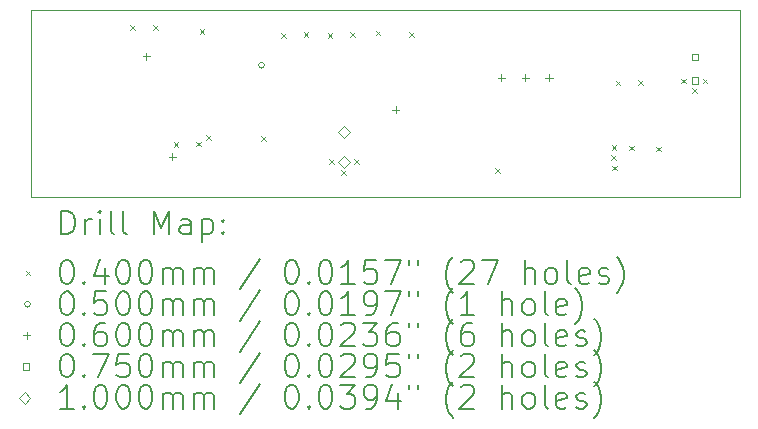
<source format=gbr>
%TF.GenerationSoftware,KiCad,Pcbnew,9.0.0*%
%TF.CreationDate,2025-03-20T15:24:16+01:00*%
%TF.ProjectId,Sonda_w_cz.kicad2_pcb,536f6e64-615f-4775-9f63-7a2e6b696361,rev?*%
%TF.SameCoordinates,Original*%
%TF.FileFunction,Drillmap*%
%TF.FilePolarity,Positive*%
%FSLAX45Y45*%
G04 Gerber Fmt 4.5, Leading zero omitted, Abs format (unit mm)*
G04 Created by KiCad (PCBNEW 9.0.0) date 2025-03-20 15:24:16*
%MOMM*%
%LPD*%
G01*
G04 APERTURE LIST*
%ADD10C,0.100000*%
%ADD11C,0.200000*%
G04 APERTURE END LIST*
D10*
X13251000Y-9416000D02*
X19251000Y-9416000D01*
X19251000Y-10996000D01*
X13251000Y-10996000D01*
X13251000Y-9416000D01*
D11*
D10*
X14092000Y-9542000D02*
X14132000Y-9582000D01*
X14132000Y-9542000D02*
X14092000Y-9582000D01*
X14286000Y-9544000D02*
X14326000Y-9584000D01*
X14326000Y-9544000D02*
X14286000Y-9584000D01*
X14458000Y-10531000D02*
X14498000Y-10571000D01*
X14498000Y-10531000D02*
X14458000Y-10571000D01*
X14649000Y-10528000D02*
X14689000Y-10568000D01*
X14689000Y-10528000D02*
X14649000Y-10568000D01*
X14678000Y-9575000D02*
X14718000Y-9615000D01*
X14718000Y-9575000D02*
X14678000Y-9615000D01*
X14732000Y-10472000D02*
X14772000Y-10512000D01*
X14772000Y-10472000D02*
X14732000Y-10512000D01*
X15201000Y-10480000D02*
X15241000Y-10520000D01*
X15241000Y-10480000D02*
X15201000Y-10520000D01*
X15366000Y-9611000D02*
X15406000Y-9651000D01*
X15406000Y-9611000D02*
X15366000Y-9651000D01*
X15558000Y-9604000D02*
X15598000Y-9644000D01*
X15598000Y-9604000D02*
X15558000Y-9644000D01*
X15761000Y-9607000D02*
X15801000Y-9647000D01*
X15801000Y-9607000D02*
X15761000Y-9647000D01*
X15772000Y-10677000D02*
X15812000Y-10717000D01*
X15812000Y-10677000D02*
X15772000Y-10717000D01*
X15878000Y-10770000D02*
X15918000Y-10810000D01*
X15918000Y-10770000D02*
X15878000Y-10810000D01*
X15954000Y-9602000D02*
X15994000Y-9642000D01*
X15994000Y-9602000D02*
X15954000Y-9642000D01*
X15985000Y-10678000D02*
X16025000Y-10718000D01*
X16025000Y-10678000D02*
X15985000Y-10718000D01*
X16169000Y-9588000D02*
X16209000Y-9628000D01*
X16209000Y-9588000D02*
X16169000Y-9628000D01*
X16453000Y-9601000D02*
X16493000Y-9641000D01*
X16493000Y-9601000D02*
X16453000Y-9641000D01*
X17182000Y-10755000D02*
X17222000Y-10795000D01*
X17222000Y-10755000D02*
X17182000Y-10795000D01*
X18165000Y-10643000D02*
X18205000Y-10683000D01*
X18205000Y-10643000D02*
X18165000Y-10683000D01*
X18166000Y-10559000D02*
X18206000Y-10599000D01*
X18206000Y-10559000D02*
X18166000Y-10599000D01*
X18169000Y-10732000D02*
X18209000Y-10772000D01*
X18209000Y-10732000D02*
X18169000Y-10772000D01*
X18201000Y-10013000D02*
X18241000Y-10053000D01*
X18241000Y-10013000D02*
X18201000Y-10053000D01*
X18314000Y-10562000D02*
X18354000Y-10602000D01*
X18354000Y-10562000D02*
X18314000Y-10602000D01*
X18392000Y-10006000D02*
X18432000Y-10046000D01*
X18432000Y-10006000D02*
X18392000Y-10046000D01*
X18542000Y-10571000D02*
X18582000Y-10611000D01*
X18582000Y-10571000D02*
X18542000Y-10611000D01*
X18756000Y-9994000D02*
X18796000Y-10034000D01*
X18796000Y-9994000D02*
X18756000Y-10034000D01*
X18849000Y-10078000D02*
X18889000Y-10118000D01*
X18889000Y-10078000D02*
X18849000Y-10118000D01*
X18936000Y-9994000D02*
X18976000Y-10034000D01*
X18976000Y-9994000D02*
X18936000Y-10034000D01*
X15227000Y-9882000D02*
G75*
G02*
X15177000Y-9882000I-25000J0D01*
G01*
X15177000Y-9882000D02*
G75*
G02*
X15227000Y-9882000I25000J0D01*
G01*
X14227000Y-9777000D02*
X14227000Y-9837000D01*
X14197000Y-9807000D02*
X14257000Y-9807000D01*
X14445000Y-10625000D02*
X14445000Y-10685000D01*
X14415000Y-10655000D02*
X14475000Y-10655000D01*
X16338000Y-10227000D02*
X16338000Y-10287000D01*
X16308000Y-10257000D02*
X16368000Y-10257000D01*
X17231000Y-9956000D02*
X17231000Y-10016000D01*
X17201000Y-9986000D02*
X17261000Y-9986000D01*
X17436000Y-9956000D02*
X17436000Y-10016000D01*
X17406000Y-9986000D02*
X17466000Y-9986000D01*
X17636000Y-9956000D02*
X17636000Y-10016000D01*
X17606000Y-9986000D02*
X17666000Y-9986000D01*
X18897517Y-9837517D02*
X18897517Y-9784483D01*
X18844483Y-9784483D01*
X18844483Y-9837517D01*
X18897517Y-9837517D01*
X18897517Y-10037517D02*
X18897517Y-9984483D01*
X18844483Y-9984483D01*
X18844483Y-10037517D01*
X18897517Y-10037517D01*
X15901000Y-10493500D02*
X15951000Y-10443500D01*
X15901000Y-10393500D01*
X15851000Y-10443500D01*
X15901000Y-10493500D01*
X15901000Y-10747500D02*
X15951000Y-10697500D01*
X15901000Y-10647500D01*
X15851000Y-10697500D01*
X15901000Y-10747500D01*
D11*
X13506777Y-11312484D02*
X13506777Y-11112484D01*
X13506777Y-11112484D02*
X13554396Y-11112484D01*
X13554396Y-11112484D02*
X13582967Y-11122008D01*
X13582967Y-11122008D02*
X13602015Y-11141055D01*
X13602015Y-11141055D02*
X13611539Y-11160103D01*
X13611539Y-11160103D02*
X13621062Y-11198198D01*
X13621062Y-11198198D02*
X13621062Y-11226769D01*
X13621062Y-11226769D02*
X13611539Y-11264865D01*
X13611539Y-11264865D02*
X13602015Y-11283912D01*
X13602015Y-11283912D02*
X13582967Y-11302960D01*
X13582967Y-11302960D02*
X13554396Y-11312484D01*
X13554396Y-11312484D02*
X13506777Y-11312484D01*
X13706777Y-11312484D02*
X13706777Y-11179150D01*
X13706777Y-11217246D02*
X13716301Y-11198198D01*
X13716301Y-11198198D02*
X13725824Y-11188674D01*
X13725824Y-11188674D02*
X13744872Y-11179150D01*
X13744872Y-11179150D02*
X13763920Y-11179150D01*
X13830586Y-11312484D02*
X13830586Y-11179150D01*
X13830586Y-11112484D02*
X13821062Y-11122008D01*
X13821062Y-11122008D02*
X13830586Y-11131531D01*
X13830586Y-11131531D02*
X13840110Y-11122008D01*
X13840110Y-11122008D02*
X13830586Y-11112484D01*
X13830586Y-11112484D02*
X13830586Y-11131531D01*
X13954396Y-11312484D02*
X13935348Y-11302960D01*
X13935348Y-11302960D02*
X13925824Y-11283912D01*
X13925824Y-11283912D02*
X13925824Y-11112484D01*
X14059158Y-11312484D02*
X14040110Y-11302960D01*
X14040110Y-11302960D02*
X14030586Y-11283912D01*
X14030586Y-11283912D02*
X14030586Y-11112484D01*
X14287729Y-11312484D02*
X14287729Y-11112484D01*
X14287729Y-11112484D02*
X14354396Y-11255341D01*
X14354396Y-11255341D02*
X14421062Y-11112484D01*
X14421062Y-11112484D02*
X14421062Y-11312484D01*
X14602015Y-11312484D02*
X14602015Y-11207722D01*
X14602015Y-11207722D02*
X14592491Y-11188674D01*
X14592491Y-11188674D02*
X14573443Y-11179150D01*
X14573443Y-11179150D02*
X14535348Y-11179150D01*
X14535348Y-11179150D02*
X14516301Y-11188674D01*
X14602015Y-11302960D02*
X14582967Y-11312484D01*
X14582967Y-11312484D02*
X14535348Y-11312484D01*
X14535348Y-11312484D02*
X14516301Y-11302960D01*
X14516301Y-11302960D02*
X14506777Y-11283912D01*
X14506777Y-11283912D02*
X14506777Y-11264865D01*
X14506777Y-11264865D02*
X14516301Y-11245817D01*
X14516301Y-11245817D02*
X14535348Y-11236293D01*
X14535348Y-11236293D02*
X14582967Y-11236293D01*
X14582967Y-11236293D02*
X14602015Y-11226769D01*
X14697253Y-11179150D02*
X14697253Y-11379150D01*
X14697253Y-11188674D02*
X14716301Y-11179150D01*
X14716301Y-11179150D02*
X14754396Y-11179150D01*
X14754396Y-11179150D02*
X14773443Y-11188674D01*
X14773443Y-11188674D02*
X14782967Y-11198198D01*
X14782967Y-11198198D02*
X14792491Y-11217246D01*
X14792491Y-11217246D02*
X14792491Y-11274388D01*
X14792491Y-11274388D02*
X14782967Y-11293436D01*
X14782967Y-11293436D02*
X14773443Y-11302960D01*
X14773443Y-11302960D02*
X14754396Y-11312484D01*
X14754396Y-11312484D02*
X14716301Y-11312484D01*
X14716301Y-11312484D02*
X14697253Y-11302960D01*
X14878205Y-11293436D02*
X14887729Y-11302960D01*
X14887729Y-11302960D02*
X14878205Y-11312484D01*
X14878205Y-11312484D02*
X14868682Y-11302960D01*
X14868682Y-11302960D02*
X14878205Y-11293436D01*
X14878205Y-11293436D02*
X14878205Y-11312484D01*
X14878205Y-11188674D02*
X14887729Y-11198198D01*
X14887729Y-11198198D02*
X14878205Y-11207722D01*
X14878205Y-11207722D02*
X14868682Y-11198198D01*
X14868682Y-11198198D02*
X14878205Y-11188674D01*
X14878205Y-11188674D02*
X14878205Y-11207722D01*
D10*
X13206000Y-11621000D02*
X13246000Y-11661000D01*
X13246000Y-11621000D02*
X13206000Y-11661000D01*
D11*
X13544872Y-11532484D02*
X13563920Y-11532484D01*
X13563920Y-11532484D02*
X13582967Y-11542008D01*
X13582967Y-11542008D02*
X13592491Y-11551531D01*
X13592491Y-11551531D02*
X13602015Y-11570579D01*
X13602015Y-11570579D02*
X13611539Y-11608674D01*
X13611539Y-11608674D02*
X13611539Y-11656293D01*
X13611539Y-11656293D02*
X13602015Y-11694388D01*
X13602015Y-11694388D02*
X13592491Y-11713436D01*
X13592491Y-11713436D02*
X13582967Y-11722960D01*
X13582967Y-11722960D02*
X13563920Y-11732484D01*
X13563920Y-11732484D02*
X13544872Y-11732484D01*
X13544872Y-11732484D02*
X13525824Y-11722960D01*
X13525824Y-11722960D02*
X13516301Y-11713436D01*
X13516301Y-11713436D02*
X13506777Y-11694388D01*
X13506777Y-11694388D02*
X13497253Y-11656293D01*
X13497253Y-11656293D02*
X13497253Y-11608674D01*
X13497253Y-11608674D02*
X13506777Y-11570579D01*
X13506777Y-11570579D02*
X13516301Y-11551531D01*
X13516301Y-11551531D02*
X13525824Y-11542008D01*
X13525824Y-11542008D02*
X13544872Y-11532484D01*
X13697253Y-11713436D02*
X13706777Y-11722960D01*
X13706777Y-11722960D02*
X13697253Y-11732484D01*
X13697253Y-11732484D02*
X13687729Y-11722960D01*
X13687729Y-11722960D02*
X13697253Y-11713436D01*
X13697253Y-11713436D02*
X13697253Y-11732484D01*
X13878205Y-11599150D02*
X13878205Y-11732484D01*
X13830586Y-11522960D02*
X13782967Y-11665817D01*
X13782967Y-11665817D02*
X13906777Y-11665817D01*
X14021062Y-11532484D02*
X14040110Y-11532484D01*
X14040110Y-11532484D02*
X14059158Y-11542008D01*
X14059158Y-11542008D02*
X14068682Y-11551531D01*
X14068682Y-11551531D02*
X14078205Y-11570579D01*
X14078205Y-11570579D02*
X14087729Y-11608674D01*
X14087729Y-11608674D02*
X14087729Y-11656293D01*
X14087729Y-11656293D02*
X14078205Y-11694388D01*
X14078205Y-11694388D02*
X14068682Y-11713436D01*
X14068682Y-11713436D02*
X14059158Y-11722960D01*
X14059158Y-11722960D02*
X14040110Y-11732484D01*
X14040110Y-11732484D02*
X14021062Y-11732484D01*
X14021062Y-11732484D02*
X14002015Y-11722960D01*
X14002015Y-11722960D02*
X13992491Y-11713436D01*
X13992491Y-11713436D02*
X13982967Y-11694388D01*
X13982967Y-11694388D02*
X13973443Y-11656293D01*
X13973443Y-11656293D02*
X13973443Y-11608674D01*
X13973443Y-11608674D02*
X13982967Y-11570579D01*
X13982967Y-11570579D02*
X13992491Y-11551531D01*
X13992491Y-11551531D02*
X14002015Y-11542008D01*
X14002015Y-11542008D02*
X14021062Y-11532484D01*
X14211539Y-11532484D02*
X14230586Y-11532484D01*
X14230586Y-11532484D02*
X14249634Y-11542008D01*
X14249634Y-11542008D02*
X14259158Y-11551531D01*
X14259158Y-11551531D02*
X14268682Y-11570579D01*
X14268682Y-11570579D02*
X14278205Y-11608674D01*
X14278205Y-11608674D02*
X14278205Y-11656293D01*
X14278205Y-11656293D02*
X14268682Y-11694388D01*
X14268682Y-11694388D02*
X14259158Y-11713436D01*
X14259158Y-11713436D02*
X14249634Y-11722960D01*
X14249634Y-11722960D02*
X14230586Y-11732484D01*
X14230586Y-11732484D02*
X14211539Y-11732484D01*
X14211539Y-11732484D02*
X14192491Y-11722960D01*
X14192491Y-11722960D02*
X14182967Y-11713436D01*
X14182967Y-11713436D02*
X14173443Y-11694388D01*
X14173443Y-11694388D02*
X14163920Y-11656293D01*
X14163920Y-11656293D02*
X14163920Y-11608674D01*
X14163920Y-11608674D02*
X14173443Y-11570579D01*
X14173443Y-11570579D02*
X14182967Y-11551531D01*
X14182967Y-11551531D02*
X14192491Y-11542008D01*
X14192491Y-11542008D02*
X14211539Y-11532484D01*
X14363920Y-11732484D02*
X14363920Y-11599150D01*
X14363920Y-11618198D02*
X14373443Y-11608674D01*
X14373443Y-11608674D02*
X14392491Y-11599150D01*
X14392491Y-11599150D02*
X14421063Y-11599150D01*
X14421063Y-11599150D02*
X14440110Y-11608674D01*
X14440110Y-11608674D02*
X14449634Y-11627722D01*
X14449634Y-11627722D02*
X14449634Y-11732484D01*
X14449634Y-11627722D02*
X14459158Y-11608674D01*
X14459158Y-11608674D02*
X14478205Y-11599150D01*
X14478205Y-11599150D02*
X14506777Y-11599150D01*
X14506777Y-11599150D02*
X14525824Y-11608674D01*
X14525824Y-11608674D02*
X14535348Y-11627722D01*
X14535348Y-11627722D02*
X14535348Y-11732484D01*
X14630586Y-11732484D02*
X14630586Y-11599150D01*
X14630586Y-11618198D02*
X14640110Y-11608674D01*
X14640110Y-11608674D02*
X14659158Y-11599150D01*
X14659158Y-11599150D02*
X14687729Y-11599150D01*
X14687729Y-11599150D02*
X14706777Y-11608674D01*
X14706777Y-11608674D02*
X14716301Y-11627722D01*
X14716301Y-11627722D02*
X14716301Y-11732484D01*
X14716301Y-11627722D02*
X14725824Y-11608674D01*
X14725824Y-11608674D02*
X14744872Y-11599150D01*
X14744872Y-11599150D02*
X14773443Y-11599150D01*
X14773443Y-11599150D02*
X14792491Y-11608674D01*
X14792491Y-11608674D02*
X14802015Y-11627722D01*
X14802015Y-11627722D02*
X14802015Y-11732484D01*
X15192491Y-11522960D02*
X15021063Y-11780103D01*
X15449634Y-11532484D02*
X15468682Y-11532484D01*
X15468682Y-11532484D02*
X15487729Y-11542008D01*
X15487729Y-11542008D02*
X15497253Y-11551531D01*
X15497253Y-11551531D02*
X15506777Y-11570579D01*
X15506777Y-11570579D02*
X15516301Y-11608674D01*
X15516301Y-11608674D02*
X15516301Y-11656293D01*
X15516301Y-11656293D02*
X15506777Y-11694388D01*
X15506777Y-11694388D02*
X15497253Y-11713436D01*
X15497253Y-11713436D02*
X15487729Y-11722960D01*
X15487729Y-11722960D02*
X15468682Y-11732484D01*
X15468682Y-11732484D02*
X15449634Y-11732484D01*
X15449634Y-11732484D02*
X15430586Y-11722960D01*
X15430586Y-11722960D02*
X15421063Y-11713436D01*
X15421063Y-11713436D02*
X15411539Y-11694388D01*
X15411539Y-11694388D02*
X15402015Y-11656293D01*
X15402015Y-11656293D02*
X15402015Y-11608674D01*
X15402015Y-11608674D02*
X15411539Y-11570579D01*
X15411539Y-11570579D02*
X15421063Y-11551531D01*
X15421063Y-11551531D02*
X15430586Y-11542008D01*
X15430586Y-11542008D02*
X15449634Y-11532484D01*
X15602015Y-11713436D02*
X15611539Y-11722960D01*
X15611539Y-11722960D02*
X15602015Y-11732484D01*
X15602015Y-11732484D02*
X15592491Y-11722960D01*
X15592491Y-11722960D02*
X15602015Y-11713436D01*
X15602015Y-11713436D02*
X15602015Y-11732484D01*
X15735348Y-11532484D02*
X15754396Y-11532484D01*
X15754396Y-11532484D02*
X15773444Y-11542008D01*
X15773444Y-11542008D02*
X15782967Y-11551531D01*
X15782967Y-11551531D02*
X15792491Y-11570579D01*
X15792491Y-11570579D02*
X15802015Y-11608674D01*
X15802015Y-11608674D02*
X15802015Y-11656293D01*
X15802015Y-11656293D02*
X15792491Y-11694388D01*
X15792491Y-11694388D02*
X15782967Y-11713436D01*
X15782967Y-11713436D02*
X15773444Y-11722960D01*
X15773444Y-11722960D02*
X15754396Y-11732484D01*
X15754396Y-11732484D02*
X15735348Y-11732484D01*
X15735348Y-11732484D02*
X15716301Y-11722960D01*
X15716301Y-11722960D02*
X15706777Y-11713436D01*
X15706777Y-11713436D02*
X15697253Y-11694388D01*
X15697253Y-11694388D02*
X15687729Y-11656293D01*
X15687729Y-11656293D02*
X15687729Y-11608674D01*
X15687729Y-11608674D02*
X15697253Y-11570579D01*
X15697253Y-11570579D02*
X15706777Y-11551531D01*
X15706777Y-11551531D02*
X15716301Y-11542008D01*
X15716301Y-11542008D02*
X15735348Y-11532484D01*
X15992491Y-11732484D02*
X15878206Y-11732484D01*
X15935348Y-11732484D02*
X15935348Y-11532484D01*
X15935348Y-11532484D02*
X15916301Y-11561055D01*
X15916301Y-11561055D02*
X15897253Y-11580103D01*
X15897253Y-11580103D02*
X15878206Y-11589627D01*
X16173444Y-11532484D02*
X16078206Y-11532484D01*
X16078206Y-11532484D02*
X16068682Y-11627722D01*
X16068682Y-11627722D02*
X16078206Y-11618198D01*
X16078206Y-11618198D02*
X16097253Y-11608674D01*
X16097253Y-11608674D02*
X16144872Y-11608674D01*
X16144872Y-11608674D02*
X16163920Y-11618198D01*
X16163920Y-11618198D02*
X16173444Y-11627722D01*
X16173444Y-11627722D02*
X16182967Y-11646769D01*
X16182967Y-11646769D02*
X16182967Y-11694388D01*
X16182967Y-11694388D02*
X16173444Y-11713436D01*
X16173444Y-11713436D02*
X16163920Y-11722960D01*
X16163920Y-11722960D02*
X16144872Y-11732484D01*
X16144872Y-11732484D02*
X16097253Y-11732484D01*
X16097253Y-11732484D02*
X16078206Y-11722960D01*
X16078206Y-11722960D02*
X16068682Y-11713436D01*
X16249634Y-11532484D02*
X16382967Y-11532484D01*
X16382967Y-11532484D02*
X16297253Y-11732484D01*
X16449634Y-11532484D02*
X16449634Y-11570579D01*
X16525825Y-11532484D02*
X16525825Y-11570579D01*
X16821063Y-11808674D02*
X16811539Y-11799150D01*
X16811539Y-11799150D02*
X16792491Y-11770579D01*
X16792491Y-11770579D02*
X16782968Y-11751531D01*
X16782968Y-11751531D02*
X16773444Y-11722960D01*
X16773444Y-11722960D02*
X16763920Y-11675341D01*
X16763920Y-11675341D02*
X16763920Y-11637246D01*
X16763920Y-11637246D02*
X16773444Y-11589627D01*
X16773444Y-11589627D02*
X16782968Y-11561055D01*
X16782968Y-11561055D02*
X16792491Y-11542008D01*
X16792491Y-11542008D02*
X16811539Y-11513436D01*
X16811539Y-11513436D02*
X16821063Y-11503912D01*
X16887730Y-11551531D02*
X16897253Y-11542008D01*
X16897253Y-11542008D02*
X16916301Y-11532484D01*
X16916301Y-11532484D02*
X16963920Y-11532484D01*
X16963920Y-11532484D02*
X16982968Y-11542008D01*
X16982968Y-11542008D02*
X16992491Y-11551531D01*
X16992491Y-11551531D02*
X17002015Y-11570579D01*
X17002015Y-11570579D02*
X17002015Y-11589627D01*
X17002015Y-11589627D02*
X16992491Y-11618198D01*
X16992491Y-11618198D02*
X16878206Y-11732484D01*
X16878206Y-11732484D02*
X17002015Y-11732484D01*
X17068682Y-11532484D02*
X17202015Y-11532484D01*
X17202015Y-11532484D02*
X17116301Y-11732484D01*
X17430587Y-11732484D02*
X17430587Y-11532484D01*
X17516301Y-11732484D02*
X17516301Y-11627722D01*
X17516301Y-11627722D02*
X17506777Y-11608674D01*
X17506777Y-11608674D02*
X17487730Y-11599150D01*
X17487730Y-11599150D02*
X17459158Y-11599150D01*
X17459158Y-11599150D02*
X17440111Y-11608674D01*
X17440111Y-11608674D02*
X17430587Y-11618198D01*
X17640111Y-11732484D02*
X17621063Y-11722960D01*
X17621063Y-11722960D02*
X17611539Y-11713436D01*
X17611539Y-11713436D02*
X17602015Y-11694388D01*
X17602015Y-11694388D02*
X17602015Y-11637246D01*
X17602015Y-11637246D02*
X17611539Y-11618198D01*
X17611539Y-11618198D02*
X17621063Y-11608674D01*
X17621063Y-11608674D02*
X17640111Y-11599150D01*
X17640111Y-11599150D02*
X17668682Y-11599150D01*
X17668682Y-11599150D02*
X17687730Y-11608674D01*
X17687730Y-11608674D02*
X17697253Y-11618198D01*
X17697253Y-11618198D02*
X17706777Y-11637246D01*
X17706777Y-11637246D02*
X17706777Y-11694388D01*
X17706777Y-11694388D02*
X17697253Y-11713436D01*
X17697253Y-11713436D02*
X17687730Y-11722960D01*
X17687730Y-11722960D02*
X17668682Y-11732484D01*
X17668682Y-11732484D02*
X17640111Y-11732484D01*
X17821063Y-11732484D02*
X17802015Y-11722960D01*
X17802015Y-11722960D02*
X17792492Y-11703912D01*
X17792492Y-11703912D02*
X17792492Y-11532484D01*
X17973444Y-11722960D02*
X17954396Y-11732484D01*
X17954396Y-11732484D02*
X17916301Y-11732484D01*
X17916301Y-11732484D02*
X17897253Y-11722960D01*
X17897253Y-11722960D02*
X17887730Y-11703912D01*
X17887730Y-11703912D02*
X17887730Y-11627722D01*
X17887730Y-11627722D02*
X17897253Y-11608674D01*
X17897253Y-11608674D02*
X17916301Y-11599150D01*
X17916301Y-11599150D02*
X17954396Y-11599150D01*
X17954396Y-11599150D02*
X17973444Y-11608674D01*
X17973444Y-11608674D02*
X17982968Y-11627722D01*
X17982968Y-11627722D02*
X17982968Y-11646769D01*
X17982968Y-11646769D02*
X17887730Y-11665817D01*
X18059158Y-11722960D02*
X18078206Y-11732484D01*
X18078206Y-11732484D02*
X18116301Y-11732484D01*
X18116301Y-11732484D02*
X18135349Y-11722960D01*
X18135349Y-11722960D02*
X18144873Y-11703912D01*
X18144873Y-11703912D02*
X18144873Y-11694388D01*
X18144873Y-11694388D02*
X18135349Y-11675341D01*
X18135349Y-11675341D02*
X18116301Y-11665817D01*
X18116301Y-11665817D02*
X18087730Y-11665817D01*
X18087730Y-11665817D02*
X18068682Y-11656293D01*
X18068682Y-11656293D02*
X18059158Y-11637246D01*
X18059158Y-11637246D02*
X18059158Y-11627722D01*
X18059158Y-11627722D02*
X18068682Y-11608674D01*
X18068682Y-11608674D02*
X18087730Y-11599150D01*
X18087730Y-11599150D02*
X18116301Y-11599150D01*
X18116301Y-11599150D02*
X18135349Y-11608674D01*
X18211539Y-11808674D02*
X18221063Y-11799150D01*
X18221063Y-11799150D02*
X18240111Y-11770579D01*
X18240111Y-11770579D02*
X18249634Y-11751531D01*
X18249634Y-11751531D02*
X18259158Y-11722960D01*
X18259158Y-11722960D02*
X18268682Y-11675341D01*
X18268682Y-11675341D02*
X18268682Y-11637246D01*
X18268682Y-11637246D02*
X18259158Y-11589627D01*
X18259158Y-11589627D02*
X18249634Y-11561055D01*
X18249634Y-11561055D02*
X18240111Y-11542008D01*
X18240111Y-11542008D02*
X18221063Y-11513436D01*
X18221063Y-11513436D02*
X18211539Y-11503912D01*
D10*
X13246000Y-11905000D02*
G75*
G02*
X13196000Y-11905000I-25000J0D01*
G01*
X13196000Y-11905000D02*
G75*
G02*
X13246000Y-11905000I25000J0D01*
G01*
D11*
X13544872Y-11796484D02*
X13563920Y-11796484D01*
X13563920Y-11796484D02*
X13582967Y-11806008D01*
X13582967Y-11806008D02*
X13592491Y-11815531D01*
X13592491Y-11815531D02*
X13602015Y-11834579D01*
X13602015Y-11834579D02*
X13611539Y-11872674D01*
X13611539Y-11872674D02*
X13611539Y-11920293D01*
X13611539Y-11920293D02*
X13602015Y-11958388D01*
X13602015Y-11958388D02*
X13592491Y-11977436D01*
X13592491Y-11977436D02*
X13582967Y-11986960D01*
X13582967Y-11986960D02*
X13563920Y-11996484D01*
X13563920Y-11996484D02*
X13544872Y-11996484D01*
X13544872Y-11996484D02*
X13525824Y-11986960D01*
X13525824Y-11986960D02*
X13516301Y-11977436D01*
X13516301Y-11977436D02*
X13506777Y-11958388D01*
X13506777Y-11958388D02*
X13497253Y-11920293D01*
X13497253Y-11920293D02*
X13497253Y-11872674D01*
X13497253Y-11872674D02*
X13506777Y-11834579D01*
X13506777Y-11834579D02*
X13516301Y-11815531D01*
X13516301Y-11815531D02*
X13525824Y-11806008D01*
X13525824Y-11806008D02*
X13544872Y-11796484D01*
X13697253Y-11977436D02*
X13706777Y-11986960D01*
X13706777Y-11986960D02*
X13697253Y-11996484D01*
X13697253Y-11996484D02*
X13687729Y-11986960D01*
X13687729Y-11986960D02*
X13697253Y-11977436D01*
X13697253Y-11977436D02*
X13697253Y-11996484D01*
X13887729Y-11796484D02*
X13792491Y-11796484D01*
X13792491Y-11796484D02*
X13782967Y-11891722D01*
X13782967Y-11891722D02*
X13792491Y-11882198D01*
X13792491Y-11882198D02*
X13811539Y-11872674D01*
X13811539Y-11872674D02*
X13859158Y-11872674D01*
X13859158Y-11872674D02*
X13878205Y-11882198D01*
X13878205Y-11882198D02*
X13887729Y-11891722D01*
X13887729Y-11891722D02*
X13897253Y-11910769D01*
X13897253Y-11910769D02*
X13897253Y-11958388D01*
X13897253Y-11958388D02*
X13887729Y-11977436D01*
X13887729Y-11977436D02*
X13878205Y-11986960D01*
X13878205Y-11986960D02*
X13859158Y-11996484D01*
X13859158Y-11996484D02*
X13811539Y-11996484D01*
X13811539Y-11996484D02*
X13792491Y-11986960D01*
X13792491Y-11986960D02*
X13782967Y-11977436D01*
X14021062Y-11796484D02*
X14040110Y-11796484D01*
X14040110Y-11796484D02*
X14059158Y-11806008D01*
X14059158Y-11806008D02*
X14068682Y-11815531D01*
X14068682Y-11815531D02*
X14078205Y-11834579D01*
X14078205Y-11834579D02*
X14087729Y-11872674D01*
X14087729Y-11872674D02*
X14087729Y-11920293D01*
X14087729Y-11920293D02*
X14078205Y-11958388D01*
X14078205Y-11958388D02*
X14068682Y-11977436D01*
X14068682Y-11977436D02*
X14059158Y-11986960D01*
X14059158Y-11986960D02*
X14040110Y-11996484D01*
X14040110Y-11996484D02*
X14021062Y-11996484D01*
X14021062Y-11996484D02*
X14002015Y-11986960D01*
X14002015Y-11986960D02*
X13992491Y-11977436D01*
X13992491Y-11977436D02*
X13982967Y-11958388D01*
X13982967Y-11958388D02*
X13973443Y-11920293D01*
X13973443Y-11920293D02*
X13973443Y-11872674D01*
X13973443Y-11872674D02*
X13982967Y-11834579D01*
X13982967Y-11834579D02*
X13992491Y-11815531D01*
X13992491Y-11815531D02*
X14002015Y-11806008D01*
X14002015Y-11806008D02*
X14021062Y-11796484D01*
X14211539Y-11796484D02*
X14230586Y-11796484D01*
X14230586Y-11796484D02*
X14249634Y-11806008D01*
X14249634Y-11806008D02*
X14259158Y-11815531D01*
X14259158Y-11815531D02*
X14268682Y-11834579D01*
X14268682Y-11834579D02*
X14278205Y-11872674D01*
X14278205Y-11872674D02*
X14278205Y-11920293D01*
X14278205Y-11920293D02*
X14268682Y-11958388D01*
X14268682Y-11958388D02*
X14259158Y-11977436D01*
X14259158Y-11977436D02*
X14249634Y-11986960D01*
X14249634Y-11986960D02*
X14230586Y-11996484D01*
X14230586Y-11996484D02*
X14211539Y-11996484D01*
X14211539Y-11996484D02*
X14192491Y-11986960D01*
X14192491Y-11986960D02*
X14182967Y-11977436D01*
X14182967Y-11977436D02*
X14173443Y-11958388D01*
X14173443Y-11958388D02*
X14163920Y-11920293D01*
X14163920Y-11920293D02*
X14163920Y-11872674D01*
X14163920Y-11872674D02*
X14173443Y-11834579D01*
X14173443Y-11834579D02*
X14182967Y-11815531D01*
X14182967Y-11815531D02*
X14192491Y-11806008D01*
X14192491Y-11806008D02*
X14211539Y-11796484D01*
X14363920Y-11996484D02*
X14363920Y-11863150D01*
X14363920Y-11882198D02*
X14373443Y-11872674D01*
X14373443Y-11872674D02*
X14392491Y-11863150D01*
X14392491Y-11863150D02*
X14421063Y-11863150D01*
X14421063Y-11863150D02*
X14440110Y-11872674D01*
X14440110Y-11872674D02*
X14449634Y-11891722D01*
X14449634Y-11891722D02*
X14449634Y-11996484D01*
X14449634Y-11891722D02*
X14459158Y-11872674D01*
X14459158Y-11872674D02*
X14478205Y-11863150D01*
X14478205Y-11863150D02*
X14506777Y-11863150D01*
X14506777Y-11863150D02*
X14525824Y-11872674D01*
X14525824Y-11872674D02*
X14535348Y-11891722D01*
X14535348Y-11891722D02*
X14535348Y-11996484D01*
X14630586Y-11996484D02*
X14630586Y-11863150D01*
X14630586Y-11882198D02*
X14640110Y-11872674D01*
X14640110Y-11872674D02*
X14659158Y-11863150D01*
X14659158Y-11863150D02*
X14687729Y-11863150D01*
X14687729Y-11863150D02*
X14706777Y-11872674D01*
X14706777Y-11872674D02*
X14716301Y-11891722D01*
X14716301Y-11891722D02*
X14716301Y-11996484D01*
X14716301Y-11891722D02*
X14725824Y-11872674D01*
X14725824Y-11872674D02*
X14744872Y-11863150D01*
X14744872Y-11863150D02*
X14773443Y-11863150D01*
X14773443Y-11863150D02*
X14792491Y-11872674D01*
X14792491Y-11872674D02*
X14802015Y-11891722D01*
X14802015Y-11891722D02*
X14802015Y-11996484D01*
X15192491Y-11786960D02*
X15021063Y-12044103D01*
X15449634Y-11796484D02*
X15468682Y-11796484D01*
X15468682Y-11796484D02*
X15487729Y-11806008D01*
X15487729Y-11806008D02*
X15497253Y-11815531D01*
X15497253Y-11815531D02*
X15506777Y-11834579D01*
X15506777Y-11834579D02*
X15516301Y-11872674D01*
X15516301Y-11872674D02*
X15516301Y-11920293D01*
X15516301Y-11920293D02*
X15506777Y-11958388D01*
X15506777Y-11958388D02*
X15497253Y-11977436D01*
X15497253Y-11977436D02*
X15487729Y-11986960D01*
X15487729Y-11986960D02*
X15468682Y-11996484D01*
X15468682Y-11996484D02*
X15449634Y-11996484D01*
X15449634Y-11996484D02*
X15430586Y-11986960D01*
X15430586Y-11986960D02*
X15421063Y-11977436D01*
X15421063Y-11977436D02*
X15411539Y-11958388D01*
X15411539Y-11958388D02*
X15402015Y-11920293D01*
X15402015Y-11920293D02*
X15402015Y-11872674D01*
X15402015Y-11872674D02*
X15411539Y-11834579D01*
X15411539Y-11834579D02*
X15421063Y-11815531D01*
X15421063Y-11815531D02*
X15430586Y-11806008D01*
X15430586Y-11806008D02*
X15449634Y-11796484D01*
X15602015Y-11977436D02*
X15611539Y-11986960D01*
X15611539Y-11986960D02*
X15602015Y-11996484D01*
X15602015Y-11996484D02*
X15592491Y-11986960D01*
X15592491Y-11986960D02*
X15602015Y-11977436D01*
X15602015Y-11977436D02*
X15602015Y-11996484D01*
X15735348Y-11796484D02*
X15754396Y-11796484D01*
X15754396Y-11796484D02*
X15773444Y-11806008D01*
X15773444Y-11806008D02*
X15782967Y-11815531D01*
X15782967Y-11815531D02*
X15792491Y-11834579D01*
X15792491Y-11834579D02*
X15802015Y-11872674D01*
X15802015Y-11872674D02*
X15802015Y-11920293D01*
X15802015Y-11920293D02*
X15792491Y-11958388D01*
X15792491Y-11958388D02*
X15782967Y-11977436D01*
X15782967Y-11977436D02*
X15773444Y-11986960D01*
X15773444Y-11986960D02*
X15754396Y-11996484D01*
X15754396Y-11996484D02*
X15735348Y-11996484D01*
X15735348Y-11996484D02*
X15716301Y-11986960D01*
X15716301Y-11986960D02*
X15706777Y-11977436D01*
X15706777Y-11977436D02*
X15697253Y-11958388D01*
X15697253Y-11958388D02*
X15687729Y-11920293D01*
X15687729Y-11920293D02*
X15687729Y-11872674D01*
X15687729Y-11872674D02*
X15697253Y-11834579D01*
X15697253Y-11834579D02*
X15706777Y-11815531D01*
X15706777Y-11815531D02*
X15716301Y-11806008D01*
X15716301Y-11806008D02*
X15735348Y-11796484D01*
X15992491Y-11996484D02*
X15878206Y-11996484D01*
X15935348Y-11996484D02*
X15935348Y-11796484D01*
X15935348Y-11796484D02*
X15916301Y-11825055D01*
X15916301Y-11825055D02*
X15897253Y-11844103D01*
X15897253Y-11844103D02*
X15878206Y-11853627D01*
X16087729Y-11996484D02*
X16125825Y-11996484D01*
X16125825Y-11996484D02*
X16144872Y-11986960D01*
X16144872Y-11986960D02*
X16154396Y-11977436D01*
X16154396Y-11977436D02*
X16173444Y-11948865D01*
X16173444Y-11948865D02*
X16182967Y-11910769D01*
X16182967Y-11910769D02*
X16182967Y-11834579D01*
X16182967Y-11834579D02*
X16173444Y-11815531D01*
X16173444Y-11815531D02*
X16163920Y-11806008D01*
X16163920Y-11806008D02*
X16144872Y-11796484D01*
X16144872Y-11796484D02*
X16106777Y-11796484D01*
X16106777Y-11796484D02*
X16087729Y-11806008D01*
X16087729Y-11806008D02*
X16078206Y-11815531D01*
X16078206Y-11815531D02*
X16068682Y-11834579D01*
X16068682Y-11834579D02*
X16068682Y-11882198D01*
X16068682Y-11882198D02*
X16078206Y-11901246D01*
X16078206Y-11901246D02*
X16087729Y-11910769D01*
X16087729Y-11910769D02*
X16106777Y-11920293D01*
X16106777Y-11920293D02*
X16144872Y-11920293D01*
X16144872Y-11920293D02*
X16163920Y-11910769D01*
X16163920Y-11910769D02*
X16173444Y-11901246D01*
X16173444Y-11901246D02*
X16182967Y-11882198D01*
X16249634Y-11796484D02*
X16382967Y-11796484D01*
X16382967Y-11796484D02*
X16297253Y-11996484D01*
X16449634Y-11796484D02*
X16449634Y-11834579D01*
X16525825Y-11796484D02*
X16525825Y-11834579D01*
X16821063Y-12072674D02*
X16811539Y-12063150D01*
X16811539Y-12063150D02*
X16792491Y-12034579D01*
X16792491Y-12034579D02*
X16782968Y-12015531D01*
X16782968Y-12015531D02*
X16773444Y-11986960D01*
X16773444Y-11986960D02*
X16763920Y-11939341D01*
X16763920Y-11939341D02*
X16763920Y-11901246D01*
X16763920Y-11901246D02*
X16773444Y-11853627D01*
X16773444Y-11853627D02*
X16782968Y-11825055D01*
X16782968Y-11825055D02*
X16792491Y-11806008D01*
X16792491Y-11806008D02*
X16811539Y-11777436D01*
X16811539Y-11777436D02*
X16821063Y-11767912D01*
X17002015Y-11996484D02*
X16887730Y-11996484D01*
X16944872Y-11996484D02*
X16944872Y-11796484D01*
X16944872Y-11796484D02*
X16925825Y-11825055D01*
X16925825Y-11825055D02*
X16906777Y-11844103D01*
X16906777Y-11844103D02*
X16887730Y-11853627D01*
X17240111Y-11996484D02*
X17240111Y-11796484D01*
X17325825Y-11996484D02*
X17325825Y-11891722D01*
X17325825Y-11891722D02*
X17316301Y-11872674D01*
X17316301Y-11872674D02*
X17297253Y-11863150D01*
X17297253Y-11863150D02*
X17268682Y-11863150D01*
X17268682Y-11863150D02*
X17249634Y-11872674D01*
X17249634Y-11872674D02*
X17240111Y-11882198D01*
X17449634Y-11996484D02*
X17430587Y-11986960D01*
X17430587Y-11986960D02*
X17421063Y-11977436D01*
X17421063Y-11977436D02*
X17411539Y-11958388D01*
X17411539Y-11958388D02*
X17411539Y-11901246D01*
X17411539Y-11901246D02*
X17421063Y-11882198D01*
X17421063Y-11882198D02*
X17430587Y-11872674D01*
X17430587Y-11872674D02*
X17449634Y-11863150D01*
X17449634Y-11863150D02*
X17478206Y-11863150D01*
X17478206Y-11863150D02*
X17497253Y-11872674D01*
X17497253Y-11872674D02*
X17506777Y-11882198D01*
X17506777Y-11882198D02*
X17516301Y-11901246D01*
X17516301Y-11901246D02*
X17516301Y-11958388D01*
X17516301Y-11958388D02*
X17506777Y-11977436D01*
X17506777Y-11977436D02*
X17497253Y-11986960D01*
X17497253Y-11986960D02*
X17478206Y-11996484D01*
X17478206Y-11996484D02*
X17449634Y-11996484D01*
X17630587Y-11996484D02*
X17611539Y-11986960D01*
X17611539Y-11986960D02*
X17602015Y-11967912D01*
X17602015Y-11967912D02*
X17602015Y-11796484D01*
X17782968Y-11986960D02*
X17763920Y-11996484D01*
X17763920Y-11996484D02*
X17725825Y-11996484D01*
X17725825Y-11996484D02*
X17706777Y-11986960D01*
X17706777Y-11986960D02*
X17697253Y-11967912D01*
X17697253Y-11967912D02*
X17697253Y-11891722D01*
X17697253Y-11891722D02*
X17706777Y-11872674D01*
X17706777Y-11872674D02*
X17725825Y-11863150D01*
X17725825Y-11863150D02*
X17763920Y-11863150D01*
X17763920Y-11863150D02*
X17782968Y-11872674D01*
X17782968Y-11872674D02*
X17792492Y-11891722D01*
X17792492Y-11891722D02*
X17792492Y-11910769D01*
X17792492Y-11910769D02*
X17697253Y-11929817D01*
X17859158Y-12072674D02*
X17868682Y-12063150D01*
X17868682Y-12063150D02*
X17887730Y-12034579D01*
X17887730Y-12034579D02*
X17897253Y-12015531D01*
X17897253Y-12015531D02*
X17906777Y-11986960D01*
X17906777Y-11986960D02*
X17916301Y-11939341D01*
X17916301Y-11939341D02*
X17916301Y-11901246D01*
X17916301Y-11901246D02*
X17906777Y-11853627D01*
X17906777Y-11853627D02*
X17897253Y-11825055D01*
X17897253Y-11825055D02*
X17887730Y-11806008D01*
X17887730Y-11806008D02*
X17868682Y-11777436D01*
X17868682Y-11777436D02*
X17859158Y-11767912D01*
D10*
X13216000Y-12139000D02*
X13216000Y-12199000D01*
X13186000Y-12169000D02*
X13246000Y-12169000D01*
D11*
X13544872Y-12060484D02*
X13563920Y-12060484D01*
X13563920Y-12060484D02*
X13582967Y-12070008D01*
X13582967Y-12070008D02*
X13592491Y-12079531D01*
X13592491Y-12079531D02*
X13602015Y-12098579D01*
X13602015Y-12098579D02*
X13611539Y-12136674D01*
X13611539Y-12136674D02*
X13611539Y-12184293D01*
X13611539Y-12184293D02*
X13602015Y-12222388D01*
X13602015Y-12222388D02*
X13592491Y-12241436D01*
X13592491Y-12241436D02*
X13582967Y-12250960D01*
X13582967Y-12250960D02*
X13563920Y-12260484D01*
X13563920Y-12260484D02*
X13544872Y-12260484D01*
X13544872Y-12260484D02*
X13525824Y-12250960D01*
X13525824Y-12250960D02*
X13516301Y-12241436D01*
X13516301Y-12241436D02*
X13506777Y-12222388D01*
X13506777Y-12222388D02*
X13497253Y-12184293D01*
X13497253Y-12184293D02*
X13497253Y-12136674D01*
X13497253Y-12136674D02*
X13506777Y-12098579D01*
X13506777Y-12098579D02*
X13516301Y-12079531D01*
X13516301Y-12079531D02*
X13525824Y-12070008D01*
X13525824Y-12070008D02*
X13544872Y-12060484D01*
X13697253Y-12241436D02*
X13706777Y-12250960D01*
X13706777Y-12250960D02*
X13697253Y-12260484D01*
X13697253Y-12260484D02*
X13687729Y-12250960D01*
X13687729Y-12250960D02*
X13697253Y-12241436D01*
X13697253Y-12241436D02*
X13697253Y-12260484D01*
X13878205Y-12060484D02*
X13840110Y-12060484D01*
X13840110Y-12060484D02*
X13821062Y-12070008D01*
X13821062Y-12070008D02*
X13811539Y-12079531D01*
X13811539Y-12079531D02*
X13792491Y-12108103D01*
X13792491Y-12108103D02*
X13782967Y-12146198D01*
X13782967Y-12146198D02*
X13782967Y-12222388D01*
X13782967Y-12222388D02*
X13792491Y-12241436D01*
X13792491Y-12241436D02*
X13802015Y-12250960D01*
X13802015Y-12250960D02*
X13821062Y-12260484D01*
X13821062Y-12260484D02*
X13859158Y-12260484D01*
X13859158Y-12260484D02*
X13878205Y-12250960D01*
X13878205Y-12250960D02*
X13887729Y-12241436D01*
X13887729Y-12241436D02*
X13897253Y-12222388D01*
X13897253Y-12222388D02*
X13897253Y-12174769D01*
X13897253Y-12174769D02*
X13887729Y-12155722D01*
X13887729Y-12155722D02*
X13878205Y-12146198D01*
X13878205Y-12146198D02*
X13859158Y-12136674D01*
X13859158Y-12136674D02*
X13821062Y-12136674D01*
X13821062Y-12136674D02*
X13802015Y-12146198D01*
X13802015Y-12146198D02*
X13792491Y-12155722D01*
X13792491Y-12155722D02*
X13782967Y-12174769D01*
X14021062Y-12060484D02*
X14040110Y-12060484D01*
X14040110Y-12060484D02*
X14059158Y-12070008D01*
X14059158Y-12070008D02*
X14068682Y-12079531D01*
X14068682Y-12079531D02*
X14078205Y-12098579D01*
X14078205Y-12098579D02*
X14087729Y-12136674D01*
X14087729Y-12136674D02*
X14087729Y-12184293D01*
X14087729Y-12184293D02*
X14078205Y-12222388D01*
X14078205Y-12222388D02*
X14068682Y-12241436D01*
X14068682Y-12241436D02*
X14059158Y-12250960D01*
X14059158Y-12250960D02*
X14040110Y-12260484D01*
X14040110Y-12260484D02*
X14021062Y-12260484D01*
X14021062Y-12260484D02*
X14002015Y-12250960D01*
X14002015Y-12250960D02*
X13992491Y-12241436D01*
X13992491Y-12241436D02*
X13982967Y-12222388D01*
X13982967Y-12222388D02*
X13973443Y-12184293D01*
X13973443Y-12184293D02*
X13973443Y-12136674D01*
X13973443Y-12136674D02*
X13982967Y-12098579D01*
X13982967Y-12098579D02*
X13992491Y-12079531D01*
X13992491Y-12079531D02*
X14002015Y-12070008D01*
X14002015Y-12070008D02*
X14021062Y-12060484D01*
X14211539Y-12060484D02*
X14230586Y-12060484D01*
X14230586Y-12060484D02*
X14249634Y-12070008D01*
X14249634Y-12070008D02*
X14259158Y-12079531D01*
X14259158Y-12079531D02*
X14268682Y-12098579D01*
X14268682Y-12098579D02*
X14278205Y-12136674D01*
X14278205Y-12136674D02*
X14278205Y-12184293D01*
X14278205Y-12184293D02*
X14268682Y-12222388D01*
X14268682Y-12222388D02*
X14259158Y-12241436D01*
X14259158Y-12241436D02*
X14249634Y-12250960D01*
X14249634Y-12250960D02*
X14230586Y-12260484D01*
X14230586Y-12260484D02*
X14211539Y-12260484D01*
X14211539Y-12260484D02*
X14192491Y-12250960D01*
X14192491Y-12250960D02*
X14182967Y-12241436D01*
X14182967Y-12241436D02*
X14173443Y-12222388D01*
X14173443Y-12222388D02*
X14163920Y-12184293D01*
X14163920Y-12184293D02*
X14163920Y-12136674D01*
X14163920Y-12136674D02*
X14173443Y-12098579D01*
X14173443Y-12098579D02*
X14182967Y-12079531D01*
X14182967Y-12079531D02*
X14192491Y-12070008D01*
X14192491Y-12070008D02*
X14211539Y-12060484D01*
X14363920Y-12260484D02*
X14363920Y-12127150D01*
X14363920Y-12146198D02*
X14373443Y-12136674D01*
X14373443Y-12136674D02*
X14392491Y-12127150D01*
X14392491Y-12127150D02*
X14421063Y-12127150D01*
X14421063Y-12127150D02*
X14440110Y-12136674D01*
X14440110Y-12136674D02*
X14449634Y-12155722D01*
X14449634Y-12155722D02*
X14449634Y-12260484D01*
X14449634Y-12155722D02*
X14459158Y-12136674D01*
X14459158Y-12136674D02*
X14478205Y-12127150D01*
X14478205Y-12127150D02*
X14506777Y-12127150D01*
X14506777Y-12127150D02*
X14525824Y-12136674D01*
X14525824Y-12136674D02*
X14535348Y-12155722D01*
X14535348Y-12155722D02*
X14535348Y-12260484D01*
X14630586Y-12260484D02*
X14630586Y-12127150D01*
X14630586Y-12146198D02*
X14640110Y-12136674D01*
X14640110Y-12136674D02*
X14659158Y-12127150D01*
X14659158Y-12127150D02*
X14687729Y-12127150D01*
X14687729Y-12127150D02*
X14706777Y-12136674D01*
X14706777Y-12136674D02*
X14716301Y-12155722D01*
X14716301Y-12155722D02*
X14716301Y-12260484D01*
X14716301Y-12155722D02*
X14725824Y-12136674D01*
X14725824Y-12136674D02*
X14744872Y-12127150D01*
X14744872Y-12127150D02*
X14773443Y-12127150D01*
X14773443Y-12127150D02*
X14792491Y-12136674D01*
X14792491Y-12136674D02*
X14802015Y-12155722D01*
X14802015Y-12155722D02*
X14802015Y-12260484D01*
X15192491Y-12050960D02*
X15021063Y-12308103D01*
X15449634Y-12060484D02*
X15468682Y-12060484D01*
X15468682Y-12060484D02*
X15487729Y-12070008D01*
X15487729Y-12070008D02*
X15497253Y-12079531D01*
X15497253Y-12079531D02*
X15506777Y-12098579D01*
X15506777Y-12098579D02*
X15516301Y-12136674D01*
X15516301Y-12136674D02*
X15516301Y-12184293D01*
X15516301Y-12184293D02*
X15506777Y-12222388D01*
X15506777Y-12222388D02*
X15497253Y-12241436D01*
X15497253Y-12241436D02*
X15487729Y-12250960D01*
X15487729Y-12250960D02*
X15468682Y-12260484D01*
X15468682Y-12260484D02*
X15449634Y-12260484D01*
X15449634Y-12260484D02*
X15430586Y-12250960D01*
X15430586Y-12250960D02*
X15421063Y-12241436D01*
X15421063Y-12241436D02*
X15411539Y-12222388D01*
X15411539Y-12222388D02*
X15402015Y-12184293D01*
X15402015Y-12184293D02*
X15402015Y-12136674D01*
X15402015Y-12136674D02*
X15411539Y-12098579D01*
X15411539Y-12098579D02*
X15421063Y-12079531D01*
X15421063Y-12079531D02*
X15430586Y-12070008D01*
X15430586Y-12070008D02*
X15449634Y-12060484D01*
X15602015Y-12241436D02*
X15611539Y-12250960D01*
X15611539Y-12250960D02*
X15602015Y-12260484D01*
X15602015Y-12260484D02*
X15592491Y-12250960D01*
X15592491Y-12250960D02*
X15602015Y-12241436D01*
X15602015Y-12241436D02*
X15602015Y-12260484D01*
X15735348Y-12060484D02*
X15754396Y-12060484D01*
X15754396Y-12060484D02*
X15773444Y-12070008D01*
X15773444Y-12070008D02*
X15782967Y-12079531D01*
X15782967Y-12079531D02*
X15792491Y-12098579D01*
X15792491Y-12098579D02*
X15802015Y-12136674D01*
X15802015Y-12136674D02*
X15802015Y-12184293D01*
X15802015Y-12184293D02*
X15792491Y-12222388D01*
X15792491Y-12222388D02*
X15782967Y-12241436D01*
X15782967Y-12241436D02*
X15773444Y-12250960D01*
X15773444Y-12250960D02*
X15754396Y-12260484D01*
X15754396Y-12260484D02*
X15735348Y-12260484D01*
X15735348Y-12260484D02*
X15716301Y-12250960D01*
X15716301Y-12250960D02*
X15706777Y-12241436D01*
X15706777Y-12241436D02*
X15697253Y-12222388D01*
X15697253Y-12222388D02*
X15687729Y-12184293D01*
X15687729Y-12184293D02*
X15687729Y-12136674D01*
X15687729Y-12136674D02*
X15697253Y-12098579D01*
X15697253Y-12098579D02*
X15706777Y-12079531D01*
X15706777Y-12079531D02*
X15716301Y-12070008D01*
X15716301Y-12070008D02*
X15735348Y-12060484D01*
X15878206Y-12079531D02*
X15887729Y-12070008D01*
X15887729Y-12070008D02*
X15906777Y-12060484D01*
X15906777Y-12060484D02*
X15954396Y-12060484D01*
X15954396Y-12060484D02*
X15973444Y-12070008D01*
X15973444Y-12070008D02*
X15982967Y-12079531D01*
X15982967Y-12079531D02*
X15992491Y-12098579D01*
X15992491Y-12098579D02*
X15992491Y-12117627D01*
X15992491Y-12117627D02*
X15982967Y-12146198D01*
X15982967Y-12146198D02*
X15868682Y-12260484D01*
X15868682Y-12260484D02*
X15992491Y-12260484D01*
X16059158Y-12060484D02*
X16182967Y-12060484D01*
X16182967Y-12060484D02*
X16116301Y-12136674D01*
X16116301Y-12136674D02*
X16144872Y-12136674D01*
X16144872Y-12136674D02*
X16163920Y-12146198D01*
X16163920Y-12146198D02*
X16173444Y-12155722D01*
X16173444Y-12155722D02*
X16182967Y-12174769D01*
X16182967Y-12174769D02*
X16182967Y-12222388D01*
X16182967Y-12222388D02*
X16173444Y-12241436D01*
X16173444Y-12241436D02*
X16163920Y-12250960D01*
X16163920Y-12250960D02*
X16144872Y-12260484D01*
X16144872Y-12260484D02*
X16087729Y-12260484D01*
X16087729Y-12260484D02*
X16068682Y-12250960D01*
X16068682Y-12250960D02*
X16059158Y-12241436D01*
X16354396Y-12060484D02*
X16316301Y-12060484D01*
X16316301Y-12060484D02*
X16297253Y-12070008D01*
X16297253Y-12070008D02*
X16287729Y-12079531D01*
X16287729Y-12079531D02*
X16268682Y-12108103D01*
X16268682Y-12108103D02*
X16259158Y-12146198D01*
X16259158Y-12146198D02*
X16259158Y-12222388D01*
X16259158Y-12222388D02*
X16268682Y-12241436D01*
X16268682Y-12241436D02*
X16278206Y-12250960D01*
X16278206Y-12250960D02*
X16297253Y-12260484D01*
X16297253Y-12260484D02*
X16335348Y-12260484D01*
X16335348Y-12260484D02*
X16354396Y-12250960D01*
X16354396Y-12250960D02*
X16363920Y-12241436D01*
X16363920Y-12241436D02*
X16373444Y-12222388D01*
X16373444Y-12222388D02*
X16373444Y-12174769D01*
X16373444Y-12174769D02*
X16363920Y-12155722D01*
X16363920Y-12155722D02*
X16354396Y-12146198D01*
X16354396Y-12146198D02*
X16335348Y-12136674D01*
X16335348Y-12136674D02*
X16297253Y-12136674D01*
X16297253Y-12136674D02*
X16278206Y-12146198D01*
X16278206Y-12146198D02*
X16268682Y-12155722D01*
X16268682Y-12155722D02*
X16259158Y-12174769D01*
X16449634Y-12060484D02*
X16449634Y-12098579D01*
X16525825Y-12060484D02*
X16525825Y-12098579D01*
X16821063Y-12336674D02*
X16811539Y-12327150D01*
X16811539Y-12327150D02*
X16792491Y-12298579D01*
X16792491Y-12298579D02*
X16782968Y-12279531D01*
X16782968Y-12279531D02*
X16773444Y-12250960D01*
X16773444Y-12250960D02*
X16763920Y-12203341D01*
X16763920Y-12203341D02*
X16763920Y-12165246D01*
X16763920Y-12165246D02*
X16773444Y-12117627D01*
X16773444Y-12117627D02*
X16782968Y-12089055D01*
X16782968Y-12089055D02*
X16792491Y-12070008D01*
X16792491Y-12070008D02*
X16811539Y-12041436D01*
X16811539Y-12041436D02*
X16821063Y-12031912D01*
X16982968Y-12060484D02*
X16944872Y-12060484D01*
X16944872Y-12060484D02*
X16925825Y-12070008D01*
X16925825Y-12070008D02*
X16916301Y-12079531D01*
X16916301Y-12079531D02*
X16897253Y-12108103D01*
X16897253Y-12108103D02*
X16887730Y-12146198D01*
X16887730Y-12146198D02*
X16887730Y-12222388D01*
X16887730Y-12222388D02*
X16897253Y-12241436D01*
X16897253Y-12241436D02*
X16906777Y-12250960D01*
X16906777Y-12250960D02*
X16925825Y-12260484D01*
X16925825Y-12260484D02*
X16963920Y-12260484D01*
X16963920Y-12260484D02*
X16982968Y-12250960D01*
X16982968Y-12250960D02*
X16992491Y-12241436D01*
X16992491Y-12241436D02*
X17002015Y-12222388D01*
X17002015Y-12222388D02*
X17002015Y-12174769D01*
X17002015Y-12174769D02*
X16992491Y-12155722D01*
X16992491Y-12155722D02*
X16982968Y-12146198D01*
X16982968Y-12146198D02*
X16963920Y-12136674D01*
X16963920Y-12136674D02*
X16925825Y-12136674D01*
X16925825Y-12136674D02*
X16906777Y-12146198D01*
X16906777Y-12146198D02*
X16897253Y-12155722D01*
X16897253Y-12155722D02*
X16887730Y-12174769D01*
X17240111Y-12260484D02*
X17240111Y-12060484D01*
X17325825Y-12260484D02*
X17325825Y-12155722D01*
X17325825Y-12155722D02*
X17316301Y-12136674D01*
X17316301Y-12136674D02*
X17297253Y-12127150D01*
X17297253Y-12127150D02*
X17268682Y-12127150D01*
X17268682Y-12127150D02*
X17249634Y-12136674D01*
X17249634Y-12136674D02*
X17240111Y-12146198D01*
X17449634Y-12260484D02*
X17430587Y-12250960D01*
X17430587Y-12250960D02*
X17421063Y-12241436D01*
X17421063Y-12241436D02*
X17411539Y-12222388D01*
X17411539Y-12222388D02*
X17411539Y-12165246D01*
X17411539Y-12165246D02*
X17421063Y-12146198D01*
X17421063Y-12146198D02*
X17430587Y-12136674D01*
X17430587Y-12136674D02*
X17449634Y-12127150D01*
X17449634Y-12127150D02*
X17478206Y-12127150D01*
X17478206Y-12127150D02*
X17497253Y-12136674D01*
X17497253Y-12136674D02*
X17506777Y-12146198D01*
X17506777Y-12146198D02*
X17516301Y-12165246D01*
X17516301Y-12165246D02*
X17516301Y-12222388D01*
X17516301Y-12222388D02*
X17506777Y-12241436D01*
X17506777Y-12241436D02*
X17497253Y-12250960D01*
X17497253Y-12250960D02*
X17478206Y-12260484D01*
X17478206Y-12260484D02*
X17449634Y-12260484D01*
X17630587Y-12260484D02*
X17611539Y-12250960D01*
X17611539Y-12250960D02*
X17602015Y-12231912D01*
X17602015Y-12231912D02*
X17602015Y-12060484D01*
X17782968Y-12250960D02*
X17763920Y-12260484D01*
X17763920Y-12260484D02*
X17725825Y-12260484D01*
X17725825Y-12260484D02*
X17706777Y-12250960D01*
X17706777Y-12250960D02*
X17697253Y-12231912D01*
X17697253Y-12231912D02*
X17697253Y-12155722D01*
X17697253Y-12155722D02*
X17706777Y-12136674D01*
X17706777Y-12136674D02*
X17725825Y-12127150D01*
X17725825Y-12127150D02*
X17763920Y-12127150D01*
X17763920Y-12127150D02*
X17782968Y-12136674D01*
X17782968Y-12136674D02*
X17792492Y-12155722D01*
X17792492Y-12155722D02*
X17792492Y-12174769D01*
X17792492Y-12174769D02*
X17697253Y-12193817D01*
X17868682Y-12250960D02*
X17887730Y-12260484D01*
X17887730Y-12260484D02*
X17925825Y-12260484D01*
X17925825Y-12260484D02*
X17944873Y-12250960D01*
X17944873Y-12250960D02*
X17954396Y-12231912D01*
X17954396Y-12231912D02*
X17954396Y-12222388D01*
X17954396Y-12222388D02*
X17944873Y-12203341D01*
X17944873Y-12203341D02*
X17925825Y-12193817D01*
X17925825Y-12193817D02*
X17897253Y-12193817D01*
X17897253Y-12193817D02*
X17878206Y-12184293D01*
X17878206Y-12184293D02*
X17868682Y-12165246D01*
X17868682Y-12165246D02*
X17868682Y-12155722D01*
X17868682Y-12155722D02*
X17878206Y-12136674D01*
X17878206Y-12136674D02*
X17897253Y-12127150D01*
X17897253Y-12127150D02*
X17925825Y-12127150D01*
X17925825Y-12127150D02*
X17944873Y-12136674D01*
X18021063Y-12336674D02*
X18030587Y-12327150D01*
X18030587Y-12327150D02*
X18049634Y-12298579D01*
X18049634Y-12298579D02*
X18059158Y-12279531D01*
X18059158Y-12279531D02*
X18068682Y-12250960D01*
X18068682Y-12250960D02*
X18078206Y-12203341D01*
X18078206Y-12203341D02*
X18078206Y-12165246D01*
X18078206Y-12165246D02*
X18068682Y-12117627D01*
X18068682Y-12117627D02*
X18059158Y-12089055D01*
X18059158Y-12089055D02*
X18049634Y-12070008D01*
X18049634Y-12070008D02*
X18030587Y-12041436D01*
X18030587Y-12041436D02*
X18021063Y-12031912D01*
D10*
X13235017Y-12459517D02*
X13235017Y-12406483D01*
X13181983Y-12406483D01*
X13181983Y-12459517D01*
X13235017Y-12459517D01*
D11*
X13544872Y-12324484D02*
X13563920Y-12324484D01*
X13563920Y-12324484D02*
X13582967Y-12334008D01*
X13582967Y-12334008D02*
X13592491Y-12343531D01*
X13592491Y-12343531D02*
X13602015Y-12362579D01*
X13602015Y-12362579D02*
X13611539Y-12400674D01*
X13611539Y-12400674D02*
X13611539Y-12448293D01*
X13611539Y-12448293D02*
X13602015Y-12486388D01*
X13602015Y-12486388D02*
X13592491Y-12505436D01*
X13592491Y-12505436D02*
X13582967Y-12514960D01*
X13582967Y-12514960D02*
X13563920Y-12524484D01*
X13563920Y-12524484D02*
X13544872Y-12524484D01*
X13544872Y-12524484D02*
X13525824Y-12514960D01*
X13525824Y-12514960D02*
X13516301Y-12505436D01*
X13516301Y-12505436D02*
X13506777Y-12486388D01*
X13506777Y-12486388D02*
X13497253Y-12448293D01*
X13497253Y-12448293D02*
X13497253Y-12400674D01*
X13497253Y-12400674D02*
X13506777Y-12362579D01*
X13506777Y-12362579D02*
X13516301Y-12343531D01*
X13516301Y-12343531D02*
X13525824Y-12334008D01*
X13525824Y-12334008D02*
X13544872Y-12324484D01*
X13697253Y-12505436D02*
X13706777Y-12514960D01*
X13706777Y-12514960D02*
X13697253Y-12524484D01*
X13697253Y-12524484D02*
X13687729Y-12514960D01*
X13687729Y-12514960D02*
X13697253Y-12505436D01*
X13697253Y-12505436D02*
X13697253Y-12524484D01*
X13773443Y-12324484D02*
X13906777Y-12324484D01*
X13906777Y-12324484D02*
X13821062Y-12524484D01*
X14078205Y-12324484D02*
X13982967Y-12324484D01*
X13982967Y-12324484D02*
X13973443Y-12419722D01*
X13973443Y-12419722D02*
X13982967Y-12410198D01*
X13982967Y-12410198D02*
X14002015Y-12400674D01*
X14002015Y-12400674D02*
X14049634Y-12400674D01*
X14049634Y-12400674D02*
X14068682Y-12410198D01*
X14068682Y-12410198D02*
X14078205Y-12419722D01*
X14078205Y-12419722D02*
X14087729Y-12438769D01*
X14087729Y-12438769D02*
X14087729Y-12486388D01*
X14087729Y-12486388D02*
X14078205Y-12505436D01*
X14078205Y-12505436D02*
X14068682Y-12514960D01*
X14068682Y-12514960D02*
X14049634Y-12524484D01*
X14049634Y-12524484D02*
X14002015Y-12524484D01*
X14002015Y-12524484D02*
X13982967Y-12514960D01*
X13982967Y-12514960D02*
X13973443Y-12505436D01*
X14211539Y-12324484D02*
X14230586Y-12324484D01*
X14230586Y-12324484D02*
X14249634Y-12334008D01*
X14249634Y-12334008D02*
X14259158Y-12343531D01*
X14259158Y-12343531D02*
X14268682Y-12362579D01*
X14268682Y-12362579D02*
X14278205Y-12400674D01*
X14278205Y-12400674D02*
X14278205Y-12448293D01*
X14278205Y-12448293D02*
X14268682Y-12486388D01*
X14268682Y-12486388D02*
X14259158Y-12505436D01*
X14259158Y-12505436D02*
X14249634Y-12514960D01*
X14249634Y-12514960D02*
X14230586Y-12524484D01*
X14230586Y-12524484D02*
X14211539Y-12524484D01*
X14211539Y-12524484D02*
X14192491Y-12514960D01*
X14192491Y-12514960D02*
X14182967Y-12505436D01*
X14182967Y-12505436D02*
X14173443Y-12486388D01*
X14173443Y-12486388D02*
X14163920Y-12448293D01*
X14163920Y-12448293D02*
X14163920Y-12400674D01*
X14163920Y-12400674D02*
X14173443Y-12362579D01*
X14173443Y-12362579D02*
X14182967Y-12343531D01*
X14182967Y-12343531D02*
X14192491Y-12334008D01*
X14192491Y-12334008D02*
X14211539Y-12324484D01*
X14363920Y-12524484D02*
X14363920Y-12391150D01*
X14363920Y-12410198D02*
X14373443Y-12400674D01*
X14373443Y-12400674D02*
X14392491Y-12391150D01*
X14392491Y-12391150D02*
X14421063Y-12391150D01*
X14421063Y-12391150D02*
X14440110Y-12400674D01*
X14440110Y-12400674D02*
X14449634Y-12419722D01*
X14449634Y-12419722D02*
X14449634Y-12524484D01*
X14449634Y-12419722D02*
X14459158Y-12400674D01*
X14459158Y-12400674D02*
X14478205Y-12391150D01*
X14478205Y-12391150D02*
X14506777Y-12391150D01*
X14506777Y-12391150D02*
X14525824Y-12400674D01*
X14525824Y-12400674D02*
X14535348Y-12419722D01*
X14535348Y-12419722D02*
X14535348Y-12524484D01*
X14630586Y-12524484D02*
X14630586Y-12391150D01*
X14630586Y-12410198D02*
X14640110Y-12400674D01*
X14640110Y-12400674D02*
X14659158Y-12391150D01*
X14659158Y-12391150D02*
X14687729Y-12391150D01*
X14687729Y-12391150D02*
X14706777Y-12400674D01*
X14706777Y-12400674D02*
X14716301Y-12419722D01*
X14716301Y-12419722D02*
X14716301Y-12524484D01*
X14716301Y-12419722D02*
X14725824Y-12400674D01*
X14725824Y-12400674D02*
X14744872Y-12391150D01*
X14744872Y-12391150D02*
X14773443Y-12391150D01*
X14773443Y-12391150D02*
X14792491Y-12400674D01*
X14792491Y-12400674D02*
X14802015Y-12419722D01*
X14802015Y-12419722D02*
X14802015Y-12524484D01*
X15192491Y-12314960D02*
X15021063Y-12572103D01*
X15449634Y-12324484D02*
X15468682Y-12324484D01*
X15468682Y-12324484D02*
X15487729Y-12334008D01*
X15487729Y-12334008D02*
X15497253Y-12343531D01*
X15497253Y-12343531D02*
X15506777Y-12362579D01*
X15506777Y-12362579D02*
X15516301Y-12400674D01*
X15516301Y-12400674D02*
X15516301Y-12448293D01*
X15516301Y-12448293D02*
X15506777Y-12486388D01*
X15506777Y-12486388D02*
X15497253Y-12505436D01*
X15497253Y-12505436D02*
X15487729Y-12514960D01*
X15487729Y-12514960D02*
X15468682Y-12524484D01*
X15468682Y-12524484D02*
X15449634Y-12524484D01*
X15449634Y-12524484D02*
X15430586Y-12514960D01*
X15430586Y-12514960D02*
X15421063Y-12505436D01*
X15421063Y-12505436D02*
X15411539Y-12486388D01*
X15411539Y-12486388D02*
X15402015Y-12448293D01*
X15402015Y-12448293D02*
X15402015Y-12400674D01*
X15402015Y-12400674D02*
X15411539Y-12362579D01*
X15411539Y-12362579D02*
X15421063Y-12343531D01*
X15421063Y-12343531D02*
X15430586Y-12334008D01*
X15430586Y-12334008D02*
X15449634Y-12324484D01*
X15602015Y-12505436D02*
X15611539Y-12514960D01*
X15611539Y-12514960D02*
X15602015Y-12524484D01*
X15602015Y-12524484D02*
X15592491Y-12514960D01*
X15592491Y-12514960D02*
X15602015Y-12505436D01*
X15602015Y-12505436D02*
X15602015Y-12524484D01*
X15735348Y-12324484D02*
X15754396Y-12324484D01*
X15754396Y-12324484D02*
X15773444Y-12334008D01*
X15773444Y-12334008D02*
X15782967Y-12343531D01*
X15782967Y-12343531D02*
X15792491Y-12362579D01*
X15792491Y-12362579D02*
X15802015Y-12400674D01*
X15802015Y-12400674D02*
X15802015Y-12448293D01*
X15802015Y-12448293D02*
X15792491Y-12486388D01*
X15792491Y-12486388D02*
X15782967Y-12505436D01*
X15782967Y-12505436D02*
X15773444Y-12514960D01*
X15773444Y-12514960D02*
X15754396Y-12524484D01*
X15754396Y-12524484D02*
X15735348Y-12524484D01*
X15735348Y-12524484D02*
X15716301Y-12514960D01*
X15716301Y-12514960D02*
X15706777Y-12505436D01*
X15706777Y-12505436D02*
X15697253Y-12486388D01*
X15697253Y-12486388D02*
X15687729Y-12448293D01*
X15687729Y-12448293D02*
X15687729Y-12400674D01*
X15687729Y-12400674D02*
X15697253Y-12362579D01*
X15697253Y-12362579D02*
X15706777Y-12343531D01*
X15706777Y-12343531D02*
X15716301Y-12334008D01*
X15716301Y-12334008D02*
X15735348Y-12324484D01*
X15878206Y-12343531D02*
X15887729Y-12334008D01*
X15887729Y-12334008D02*
X15906777Y-12324484D01*
X15906777Y-12324484D02*
X15954396Y-12324484D01*
X15954396Y-12324484D02*
X15973444Y-12334008D01*
X15973444Y-12334008D02*
X15982967Y-12343531D01*
X15982967Y-12343531D02*
X15992491Y-12362579D01*
X15992491Y-12362579D02*
X15992491Y-12381627D01*
X15992491Y-12381627D02*
X15982967Y-12410198D01*
X15982967Y-12410198D02*
X15868682Y-12524484D01*
X15868682Y-12524484D02*
X15992491Y-12524484D01*
X16087729Y-12524484D02*
X16125825Y-12524484D01*
X16125825Y-12524484D02*
X16144872Y-12514960D01*
X16144872Y-12514960D02*
X16154396Y-12505436D01*
X16154396Y-12505436D02*
X16173444Y-12476865D01*
X16173444Y-12476865D02*
X16182967Y-12438769D01*
X16182967Y-12438769D02*
X16182967Y-12362579D01*
X16182967Y-12362579D02*
X16173444Y-12343531D01*
X16173444Y-12343531D02*
X16163920Y-12334008D01*
X16163920Y-12334008D02*
X16144872Y-12324484D01*
X16144872Y-12324484D02*
X16106777Y-12324484D01*
X16106777Y-12324484D02*
X16087729Y-12334008D01*
X16087729Y-12334008D02*
X16078206Y-12343531D01*
X16078206Y-12343531D02*
X16068682Y-12362579D01*
X16068682Y-12362579D02*
X16068682Y-12410198D01*
X16068682Y-12410198D02*
X16078206Y-12429246D01*
X16078206Y-12429246D02*
X16087729Y-12438769D01*
X16087729Y-12438769D02*
X16106777Y-12448293D01*
X16106777Y-12448293D02*
X16144872Y-12448293D01*
X16144872Y-12448293D02*
X16163920Y-12438769D01*
X16163920Y-12438769D02*
X16173444Y-12429246D01*
X16173444Y-12429246D02*
X16182967Y-12410198D01*
X16363920Y-12324484D02*
X16268682Y-12324484D01*
X16268682Y-12324484D02*
X16259158Y-12419722D01*
X16259158Y-12419722D02*
X16268682Y-12410198D01*
X16268682Y-12410198D02*
X16287729Y-12400674D01*
X16287729Y-12400674D02*
X16335348Y-12400674D01*
X16335348Y-12400674D02*
X16354396Y-12410198D01*
X16354396Y-12410198D02*
X16363920Y-12419722D01*
X16363920Y-12419722D02*
X16373444Y-12438769D01*
X16373444Y-12438769D02*
X16373444Y-12486388D01*
X16373444Y-12486388D02*
X16363920Y-12505436D01*
X16363920Y-12505436D02*
X16354396Y-12514960D01*
X16354396Y-12514960D02*
X16335348Y-12524484D01*
X16335348Y-12524484D02*
X16287729Y-12524484D01*
X16287729Y-12524484D02*
X16268682Y-12514960D01*
X16268682Y-12514960D02*
X16259158Y-12505436D01*
X16449634Y-12324484D02*
X16449634Y-12362579D01*
X16525825Y-12324484D02*
X16525825Y-12362579D01*
X16821063Y-12600674D02*
X16811539Y-12591150D01*
X16811539Y-12591150D02*
X16792491Y-12562579D01*
X16792491Y-12562579D02*
X16782968Y-12543531D01*
X16782968Y-12543531D02*
X16773444Y-12514960D01*
X16773444Y-12514960D02*
X16763920Y-12467341D01*
X16763920Y-12467341D02*
X16763920Y-12429246D01*
X16763920Y-12429246D02*
X16773444Y-12381627D01*
X16773444Y-12381627D02*
X16782968Y-12353055D01*
X16782968Y-12353055D02*
X16792491Y-12334008D01*
X16792491Y-12334008D02*
X16811539Y-12305436D01*
X16811539Y-12305436D02*
X16821063Y-12295912D01*
X16887730Y-12343531D02*
X16897253Y-12334008D01*
X16897253Y-12334008D02*
X16916301Y-12324484D01*
X16916301Y-12324484D02*
X16963920Y-12324484D01*
X16963920Y-12324484D02*
X16982968Y-12334008D01*
X16982968Y-12334008D02*
X16992491Y-12343531D01*
X16992491Y-12343531D02*
X17002015Y-12362579D01*
X17002015Y-12362579D02*
X17002015Y-12381627D01*
X17002015Y-12381627D02*
X16992491Y-12410198D01*
X16992491Y-12410198D02*
X16878206Y-12524484D01*
X16878206Y-12524484D02*
X17002015Y-12524484D01*
X17240111Y-12524484D02*
X17240111Y-12324484D01*
X17325825Y-12524484D02*
X17325825Y-12419722D01*
X17325825Y-12419722D02*
X17316301Y-12400674D01*
X17316301Y-12400674D02*
X17297253Y-12391150D01*
X17297253Y-12391150D02*
X17268682Y-12391150D01*
X17268682Y-12391150D02*
X17249634Y-12400674D01*
X17249634Y-12400674D02*
X17240111Y-12410198D01*
X17449634Y-12524484D02*
X17430587Y-12514960D01*
X17430587Y-12514960D02*
X17421063Y-12505436D01*
X17421063Y-12505436D02*
X17411539Y-12486388D01*
X17411539Y-12486388D02*
X17411539Y-12429246D01*
X17411539Y-12429246D02*
X17421063Y-12410198D01*
X17421063Y-12410198D02*
X17430587Y-12400674D01*
X17430587Y-12400674D02*
X17449634Y-12391150D01*
X17449634Y-12391150D02*
X17478206Y-12391150D01*
X17478206Y-12391150D02*
X17497253Y-12400674D01*
X17497253Y-12400674D02*
X17506777Y-12410198D01*
X17506777Y-12410198D02*
X17516301Y-12429246D01*
X17516301Y-12429246D02*
X17516301Y-12486388D01*
X17516301Y-12486388D02*
X17506777Y-12505436D01*
X17506777Y-12505436D02*
X17497253Y-12514960D01*
X17497253Y-12514960D02*
X17478206Y-12524484D01*
X17478206Y-12524484D02*
X17449634Y-12524484D01*
X17630587Y-12524484D02*
X17611539Y-12514960D01*
X17611539Y-12514960D02*
X17602015Y-12495912D01*
X17602015Y-12495912D02*
X17602015Y-12324484D01*
X17782968Y-12514960D02*
X17763920Y-12524484D01*
X17763920Y-12524484D02*
X17725825Y-12524484D01*
X17725825Y-12524484D02*
X17706777Y-12514960D01*
X17706777Y-12514960D02*
X17697253Y-12495912D01*
X17697253Y-12495912D02*
X17697253Y-12419722D01*
X17697253Y-12419722D02*
X17706777Y-12400674D01*
X17706777Y-12400674D02*
X17725825Y-12391150D01*
X17725825Y-12391150D02*
X17763920Y-12391150D01*
X17763920Y-12391150D02*
X17782968Y-12400674D01*
X17782968Y-12400674D02*
X17792492Y-12419722D01*
X17792492Y-12419722D02*
X17792492Y-12438769D01*
X17792492Y-12438769D02*
X17697253Y-12457817D01*
X17868682Y-12514960D02*
X17887730Y-12524484D01*
X17887730Y-12524484D02*
X17925825Y-12524484D01*
X17925825Y-12524484D02*
X17944873Y-12514960D01*
X17944873Y-12514960D02*
X17954396Y-12495912D01*
X17954396Y-12495912D02*
X17954396Y-12486388D01*
X17954396Y-12486388D02*
X17944873Y-12467341D01*
X17944873Y-12467341D02*
X17925825Y-12457817D01*
X17925825Y-12457817D02*
X17897253Y-12457817D01*
X17897253Y-12457817D02*
X17878206Y-12448293D01*
X17878206Y-12448293D02*
X17868682Y-12429246D01*
X17868682Y-12429246D02*
X17868682Y-12419722D01*
X17868682Y-12419722D02*
X17878206Y-12400674D01*
X17878206Y-12400674D02*
X17897253Y-12391150D01*
X17897253Y-12391150D02*
X17925825Y-12391150D01*
X17925825Y-12391150D02*
X17944873Y-12400674D01*
X18021063Y-12600674D02*
X18030587Y-12591150D01*
X18030587Y-12591150D02*
X18049634Y-12562579D01*
X18049634Y-12562579D02*
X18059158Y-12543531D01*
X18059158Y-12543531D02*
X18068682Y-12514960D01*
X18068682Y-12514960D02*
X18078206Y-12467341D01*
X18078206Y-12467341D02*
X18078206Y-12429246D01*
X18078206Y-12429246D02*
X18068682Y-12381627D01*
X18068682Y-12381627D02*
X18059158Y-12353055D01*
X18059158Y-12353055D02*
X18049634Y-12334008D01*
X18049634Y-12334008D02*
X18030587Y-12305436D01*
X18030587Y-12305436D02*
X18021063Y-12295912D01*
D10*
X13196000Y-12747000D02*
X13246000Y-12697000D01*
X13196000Y-12647000D01*
X13146000Y-12697000D01*
X13196000Y-12747000D01*
D11*
X13611539Y-12788484D02*
X13497253Y-12788484D01*
X13554396Y-12788484D02*
X13554396Y-12588484D01*
X13554396Y-12588484D02*
X13535348Y-12617055D01*
X13535348Y-12617055D02*
X13516301Y-12636103D01*
X13516301Y-12636103D02*
X13497253Y-12645627D01*
X13697253Y-12769436D02*
X13706777Y-12778960D01*
X13706777Y-12778960D02*
X13697253Y-12788484D01*
X13697253Y-12788484D02*
X13687729Y-12778960D01*
X13687729Y-12778960D02*
X13697253Y-12769436D01*
X13697253Y-12769436D02*
X13697253Y-12788484D01*
X13830586Y-12588484D02*
X13849634Y-12588484D01*
X13849634Y-12588484D02*
X13868682Y-12598008D01*
X13868682Y-12598008D02*
X13878205Y-12607531D01*
X13878205Y-12607531D02*
X13887729Y-12626579D01*
X13887729Y-12626579D02*
X13897253Y-12664674D01*
X13897253Y-12664674D02*
X13897253Y-12712293D01*
X13897253Y-12712293D02*
X13887729Y-12750388D01*
X13887729Y-12750388D02*
X13878205Y-12769436D01*
X13878205Y-12769436D02*
X13868682Y-12778960D01*
X13868682Y-12778960D02*
X13849634Y-12788484D01*
X13849634Y-12788484D02*
X13830586Y-12788484D01*
X13830586Y-12788484D02*
X13811539Y-12778960D01*
X13811539Y-12778960D02*
X13802015Y-12769436D01*
X13802015Y-12769436D02*
X13792491Y-12750388D01*
X13792491Y-12750388D02*
X13782967Y-12712293D01*
X13782967Y-12712293D02*
X13782967Y-12664674D01*
X13782967Y-12664674D02*
X13792491Y-12626579D01*
X13792491Y-12626579D02*
X13802015Y-12607531D01*
X13802015Y-12607531D02*
X13811539Y-12598008D01*
X13811539Y-12598008D02*
X13830586Y-12588484D01*
X14021062Y-12588484D02*
X14040110Y-12588484D01*
X14040110Y-12588484D02*
X14059158Y-12598008D01*
X14059158Y-12598008D02*
X14068682Y-12607531D01*
X14068682Y-12607531D02*
X14078205Y-12626579D01*
X14078205Y-12626579D02*
X14087729Y-12664674D01*
X14087729Y-12664674D02*
X14087729Y-12712293D01*
X14087729Y-12712293D02*
X14078205Y-12750388D01*
X14078205Y-12750388D02*
X14068682Y-12769436D01*
X14068682Y-12769436D02*
X14059158Y-12778960D01*
X14059158Y-12778960D02*
X14040110Y-12788484D01*
X14040110Y-12788484D02*
X14021062Y-12788484D01*
X14021062Y-12788484D02*
X14002015Y-12778960D01*
X14002015Y-12778960D02*
X13992491Y-12769436D01*
X13992491Y-12769436D02*
X13982967Y-12750388D01*
X13982967Y-12750388D02*
X13973443Y-12712293D01*
X13973443Y-12712293D02*
X13973443Y-12664674D01*
X13973443Y-12664674D02*
X13982967Y-12626579D01*
X13982967Y-12626579D02*
X13992491Y-12607531D01*
X13992491Y-12607531D02*
X14002015Y-12598008D01*
X14002015Y-12598008D02*
X14021062Y-12588484D01*
X14211539Y-12588484D02*
X14230586Y-12588484D01*
X14230586Y-12588484D02*
X14249634Y-12598008D01*
X14249634Y-12598008D02*
X14259158Y-12607531D01*
X14259158Y-12607531D02*
X14268682Y-12626579D01*
X14268682Y-12626579D02*
X14278205Y-12664674D01*
X14278205Y-12664674D02*
X14278205Y-12712293D01*
X14278205Y-12712293D02*
X14268682Y-12750388D01*
X14268682Y-12750388D02*
X14259158Y-12769436D01*
X14259158Y-12769436D02*
X14249634Y-12778960D01*
X14249634Y-12778960D02*
X14230586Y-12788484D01*
X14230586Y-12788484D02*
X14211539Y-12788484D01*
X14211539Y-12788484D02*
X14192491Y-12778960D01*
X14192491Y-12778960D02*
X14182967Y-12769436D01*
X14182967Y-12769436D02*
X14173443Y-12750388D01*
X14173443Y-12750388D02*
X14163920Y-12712293D01*
X14163920Y-12712293D02*
X14163920Y-12664674D01*
X14163920Y-12664674D02*
X14173443Y-12626579D01*
X14173443Y-12626579D02*
X14182967Y-12607531D01*
X14182967Y-12607531D02*
X14192491Y-12598008D01*
X14192491Y-12598008D02*
X14211539Y-12588484D01*
X14363920Y-12788484D02*
X14363920Y-12655150D01*
X14363920Y-12674198D02*
X14373443Y-12664674D01*
X14373443Y-12664674D02*
X14392491Y-12655150D01*
X14392491Y-12655150D02*
X14421063Y-12655150D01*
X14421063Y-12655150D02*
X14440110Y-12664674D01*
X14440110Y-12664674D02*
X14449634Y-12683722D01*
X14449634Y-12683722D02*
X14449634Y-12788484D01*
X14449634Y-12683722D02*
X14459158Y-12664674D01*
X14459158Y-12664674D02*
X14478205Y-12655150D01*
X14478205Y-12655150D02*
X14506777Y-12655150D01*
X14506777Y-12655150D02*
X14525824Y-12664674D01*
X14525824Y-12664674D02*
X14535348Y-12683722D01*
X14535348Y-12683722D02*
X14535348Y-12788484D01*
X14630586Y-12788484D02*
X14630586Y-12655150D01*
X14630586Y-12674198D02*
X14640110Y-12664674D01*
X14640110Y-12664674D02*
X14659158Y-12655150D01*
X14659158Y-12655150D02*
X14687729Y-12655150D01*
X14687729Y-12655150D02*
X14706777Y-12664674D01*
X14706777Y-12664674D02*
X14716301Y-12683722D01*
X14716301Y-12683722D02*
X14716301Y-12788484D01*
X14716301Y-12683722D02*
X14725824Y-12664674D01*
X14725824Y-12664674D02*
X14744872Y-12655150D01*
X14744872Y-12655150D02*
X14773443Y-12655150D01*
X14773443Y-12655150D02*
X14792491Y-12664674D01*
X14792491Y-12664674D02*
X14802015Y-12683722D01*
X14802015Y-12683722D02*
X14802015Y-12788484D01*
X15192491Y-12578960D02*
X15021063Y-12836103D01*
X15449634Y-12588484D02*
X15468682Y-12588484D01*
X15468682Y-12588484D02*
X15487729Y-12598008D01*
X15487729Y-12598008D02*
X15497253Y-12607531D01*
X15497253Y-12607531D02*
X15506777Y-12626579D01*
X15506777Y-12626579D02*
X15516301Y-12664674D01*
X15516301Y-12664674D02*
X15516301Y-12712293D01*
X15516301Y-12712293D02*
X15506777Y-12750388D01*
X15506777Y-12750388D02*
X15497253Y-12769436D01*
X15497253Y-12769436D02*
X15487729Y-12778960D01*
X15487729Y-12778960D02*
X15468682Y-12788484D01*
X15468682Y-12788484D02*
X15449634Y-12788484D01*
X15449634Y-12788484D02*
X15430586Y-12778960D01*
X15430586Y-12778960D02*
X15421063Y-12769436D01*
X15421063Y-12769436D02*
X15411539Y-12750388D01*
X15411539Y-12750388D02*
X15402015Y-12712293D01*
X15402015Y-12712293D02*
X15402015Y-12664674D01*
X15402015Y-12664674D02*
X15411539Y-12626579D01*
X15411539Y-12626579D02*
X15421063Y-12607531D01*
X15421063Y-12607531D02*
X15430586Y-12598008D01*
X15430586Y-12598008D02*
X15449634Y-12588484D01*
X15602015Y-12769436D02*
X15611539Y-12778960D01*
X15611539Y-12778960D02*
X15602015Y-12788484D01*
X15602015Y-12788484D02*
X15592491Y-12778960D01*
X15592491Y-12778960D02*
X15602015Y-12769436D01*
X15602015Y-12769436D02*
X15602015Y-12788484D01*
X15735348Y-12588484D02*
X15754396Y-12588484D01*
X15754396Y-12588484D02*
X15773444Y-12598008D01*
X15773444Y-12598008D02*
X15782967Y-12607531D01*
X15782967Y-12607531D02*
X15792491Y-12626579D01*
X15792491Y-12626579D02*
X15802015Y-12664674D01*
X15802015Y-12664674D02*
X15802015Y-12712293D01*
X15802015Y-12712293D02*
X15792491Y-12750388D01*
X15792491Y-12750388D02*
X15782967Y-12769436D01*
X15782967Y-12769436D02*
X15773444Y-12778960D01*
X15773444Y-12778960D02*
X15754396Y-12788484D01*
X15754396Y-12788484D02*
X15735348Y-12788484D01*
X15735348Y-12788484D02*
X15716301Y-12778960D01*
X15716301Y-12778960D02*
X15706777Y-12769436D01*
X15706777Y-12769436D02*
X15697253Y-12750388D01*
X15697253Y-12750388D02*
X15687729Y-12712293D01*
X15687729Y-12712293D02*
X15687729Y-12664674D01*
X15687729Y-12664674D02*
X15697253Y-12626579D01*
X15697253Y-12626579D02*
X15706777Y-12607531D01*
X15706777Y-12607531D02*
X15716301Y-12598008D01*
X15716301Y-12598008D02*
X15735348Y-12588484D01*
X15868682Y-12588484D02*
X15992491Y-12588484D01*
X15992491Y-12588484D02*
X15925825Y-12664674D01*
X15925825Y-12664674D02*
X15954396Y-12664674D01*
X15954396Y-12664674D02*
X15973444Y-12674198D01*
X15973444Y-12674198D02*
X15982967Y-12683722D01*
X15982967Y-12683722D02*
X15992491Y-12702769D01*
X15992491Y-12702769D02*
X15992491Y-12750388D01*
X15992491Y-12750388D02*
X15982967Y-12769436D01*
X15982967Y-12769436D02*
X15973444Y-12778960D01*
X15973444Y-12778960D02*
X15954396Y-12788484D01*
X15954396Y-12788484D02*
X15897253Y-12788484D01*
X15897253Y-12788484D02*
X15878206Y-12778960D01*
X15878206Y-12778960D02*
X15868682Y-12769436D01*
X16087729Y-12788484D02*
X16125825Y-12788484D01*
X16125825Y-12788484D02*
X16144872Y-12778960D01*
X16144872Y-12778960D02*
X16154396Y-12769436D01*
X16154396Y-12769436D02*
X16173444Y-12740865D01*
X16173444Y-12740865D02*
X16182967Y-12702769D01*
X16182967Y-12702769D02*
X16182967Y-12626579D01*
X16182967Y-12626579D02*
X16173444Y-12607531D01*
X16173444Y-12607531D02*
X16163920Y-12598008D01*
X16163920Y-12598008D02*
X16144872Y-12588484D01*
X16144872Y-12588484D02*
X16106777Y-12588484D01*
X16106777Y-12588484D02*
X16087729Y-12598008D01*
X16087729Y-12598008D02*
X16078206Y-12607531D01*
X16078206Y-12607531D02*
X16068682Y-12626579D01*
X16068682Y-12626579D02*
X16068682Y-12674198D01*
X16068682Y-12674198D02*
X16078206Y-12693246D01*
X16078206Y-12693246D02*
X16087729Y-12702769D01*
X16087729Y-12702769D02*
X16106777Y-12712293D01*
X16106777Y-12712293D02*
X16144872Y-12712293D01*
X16144872Y-12712293D02*
X16163920Y-12702769D01*
X16163920Y-12702769D02*
X16173444Y-12693246D01*
X16173444Y-12693246D02*
X16182967Y-12674198D01*
X16354396Y-12655150D02*
X16354396Y-12788484D01*
X16306777Y-12578960D02*
X16259158Y-12721817D01*
X16259158Y-12721817D02*
X16382967Y-12721817D01*
X16449634Y-12588484D02*
X16449634Y-12626579D01*
X16525825Y-12588484D02*
X16525825Y-12626579D01*
X16821063Y-12864674D02*
X16811539Y-12855150D01*
X16811539Y-12855150D02*
X16792491Y-12826579D01*
X16792491Y-12826579D02*
X16782968Y-12807531D01*
X16782968Y-12807531D02*
X16773444Y-12778960D01*
X16773444Y-12778960D02*
X16763920Y-12731341D01*
X16763920Y-12731341D02*
X16763920Y-12693246D01*
X16763920Y-12693246D02*
X16773444Y-12645627D01*
X16773444Y-12645627D02*
X16782968Y-12617055D01*
X16782968Y-12617055D02*
X16792491Y-12598008D01*
X16792491Y-12598008D02*
X16811539Y-12569436D01*
X16811539Y-12569436D02*
X16821063Y-12559912D01*
X16887730Y-12607531D02*
X16897253Y-12598008D01*
X16897253Y-12598008D02*
X16916301Y-12588484D01*
X16916301Y-12588484D02*
X16963920Y-12588484D01*
X16963920Y-12588484D02*
X16982968Y-12598008D01*
X16982968Y-12598008D02*
X16992491Y-12607531D01*
X16992491Y-12607531D02*
X17002015Y-12626579D01*
X17002015Y-12626579D02*
X17002015Y-12645627D01*
X17002015Y-12645627D02*
X16992491Y-12674198D01*
X16992491Y-12674198D02*
X16878206Y-12788484D01*
X16878206Y-12788484D02*
X17002015Y-12788484D01*
X17240111Y-12788484D02*
X17240111Y-12588484D01*
X17325825Y-12788484D02*
X17325825Y-12683722D01*
X17325825Y-12683722D02*
X17316301Y-12664674D01*
X17316301Y-12664674D02*
X17297253Y-12655150D01*
X17297253Y-12655150D02*
X17268682Y-12655150D01*
X17268682Y-12655150D02*
X17249634Y-12664674D01*
X17249634Y-12664674D02*
X17240111Y-12674198D01*
X17449634Y-12788484D02*
X17430587Y-12778960D01*
X17430587Y-12778960D02*
X17421063Y-12769436D01*
X17421063Y-12769436D02*
X17411539Y-12750388D01*
X17411539Y-12750388D02*
X17411539Y-12693246D01*
X17411539Y-12693246D02*
X17421063Y-12674198D01*
X17421063Y-12674198D02*
X17430587Y-12664674D01*
X17430587Y-12664674D02*
X17449634Y-12655150D01*
X17449634Y-12655150D02*
X17478206Y-12655150D01*
X17478206Y-12655150D02*
X17497253Y-12664674D01*
X17497253Y-12664674D02*
X17506777Y-12674198D01*
X17506777Y-12674198D02*
X17516301Y-12693246D01*
X17516301Y-12693246D02*
X17516301Y-12750388D01*
X17516301Y-12750388D02*
X17506777Y-12769436D01*
X17506777Y-12769436D02*
X17497253Y-12778960D01*
X17497253Y-12778960D02*
X17478206Y-12788484D01*
X17478206Y-12788484D02*
X17449634Y-12788484D01*
X17630587Y-12788484D02*
X17611539Y-12778960D01*
X17611539Y-12778960D02*
X17602015Y-12759912D01*
X17602015Y-12759912D02*
X17602015Y-12588484D01*
X17782968Y-12778960D02*
X17763920Y-12788484D01*
X17763920Y-12788484D02*
X17725825Y-12788484D01*
X17725825Y-12788484D02*
X17706777Y-12778960D01*
X17706777Y-12778960D02*
X17697253Y-12759912D01*
X17697253Y-12759912D02*
X17697253Y-12683722D01*
X17697253Y-12683722D02*
X17706777Y-12664674D01*
X17706777Y-12664674D02*
X17725825Y-12655150D01*
X17725825Y-12655150D02*
X17763920Y-12655150D01*
X17763920Y-12655150D02*
X17782968Y-12664674D01*
X17782968Y-12664674D02*
X17792492Y-12683722D01*
X17792492Y-12683722D02*
X17792492Y-12702769D01*
X17792492Y-12702769D02*
X17697253Y-12721817D01*
X17868682Y-12778960D02*
X17887730Y-12788484D01*
X17887730Y-12788484D02*
X17925825Y-12788484D01*
X17925825Y-12788484D02*
X17944873Y-12778960D01*
X17944873Y-12778960D02*
X17954396Y-12759912D01*
X17954396Y-12759912D02*
X17954396Y-12750388D01*
X17954396Y-12750388D02*
X17944873Y-12731341D01*
X17944873Y-12731341D02*
X17925825Y-12721817D01*
X17925825Y-12721817D02*
X17897253Y-12721817D01*
X17897253Y-12721817D02*
X17878206Y-12712293D01*
X17878206Y-12712293D02*
X17868682Y-12693246D01*
X17868682Y-12693246D02*
X17868682Y-12683722D01*
X17868682Y-12683722D02*
X17878206Y-12664674D01*
X17878206Y-12664674D02*
X17897253Y-12655150D01*
X17897253Y-12655150D02*
X17925825Y-12655150D01*
X17925825Y-12655150D02*
X17944873Y-12664674D01*
X18021063Y-12864674D02*
X18030587Y-12855150D01*
X18030587Y-12855150D02*
X18049634Y-12826579D01*
X18049634Y-12826579D02*
X18059158Y-12807531D01*
X18059158Y-12807531D02*
X18068682Y-12778960D01*
X18068682Y-12778960D02*
X18078206Y-12731341D01*
X18078206Y-12731341D02*
X18078206Y-12693246D01*
X18078206Y-12693246D02*
X18068682Y-12645627D01*
X18068682Y-12645627D02*
X18059158Y-12617055D01*
X18059158Y-12617055D02*
X18049634Y-12598008D01*
X18049634Y-12598008D02*
X18030587Y-12569436D01*
X18030587Y-12569436D02*
X18021063Y-12559912D01*
M02*

</source>
